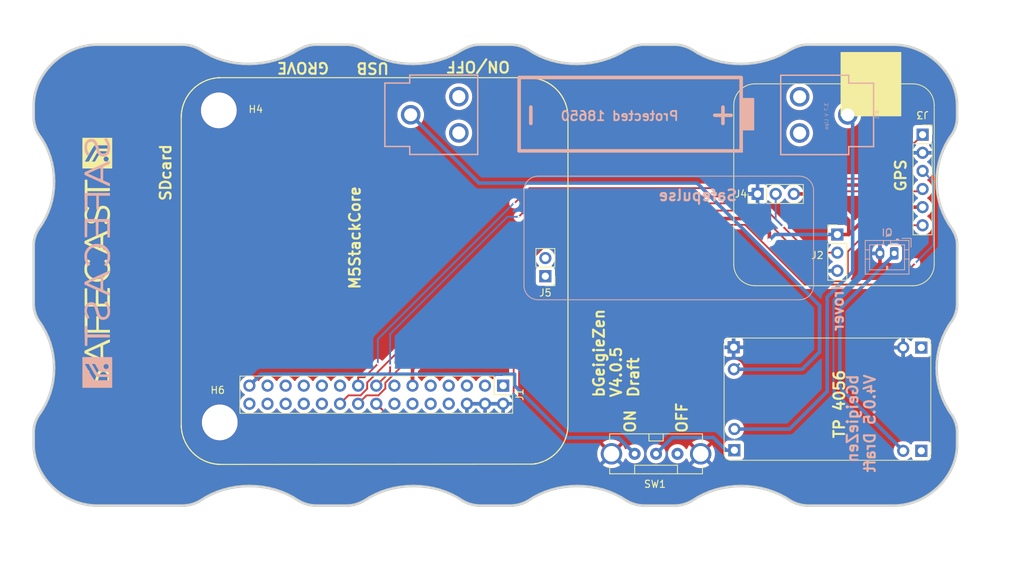
<source format=kicad_pcb>
(kicad_pcb (version 20240225) (generator "pcbnew") (generator_version "8.99")
  (title_block (title "bGeigieZen Draft V4.0.5") (date "2024-05-24") (rev "V4.0.5"))
  (layers (0 "F.Cu" signal) (31 "B.Cu" signal) (34 "B.Paste" user) (35 "F.Paste" user) (36 "B.SilkS" user "B.Silkscreen") (37 "F.SilkS" user "F.Silkscreen") (38 "B.Mask" user) (39 "F.Mask" user) (44 "Edge.Cuts" user))
  (net 0 "")
  (net 1 "GND")
  (net 2 "/RX2")
  (net 3 "/TX2")
  (net 4 "3.3V")
  (net 5 "5V")
  (net 8 "/GIO34")
  (net 9 "/GIO13")
  (net 10 "/GIO5")
  (net 18 "/GIO2 on Core and GIO32 on Core-2")
  (net 24 "/SDA")
  (net 25 "/SCL")
  (net 27 "/BAT")
  (net 31 "Net-(BT1-+)")
  (net 32 "Net-(BT1--)")
  (net 33 "Net-(QIcharger1-Pin_1)")
  (net 34 "Net-(SW1-B)")
  (footprint "bGeigieZen:LOGO" (layer "F.Cu") (at 93.472 97.23 90)
    (property "Reference" "G front" (hide yes))
    (property "Value" "LOGO" (hide yes))
  )
  (footprint "Connector_PinHeader_2.54mm:PinHeader_2x15_P2.54mm_Vertical" (layer "F.Cu") (at 150.3711 114.4464 -90)
    (property "Reference" "J1")
    (property "Value" "M5 2x15 pin")
  )
  (footprint "Connector_PinSocket_2.54mm:PinSocket_1x06_P2.54mm_Vertical" (layer "F.Cu") (at 209.1551 79.2718)
    (property "Reference" "J3")
    (property "Value" "GPS")
  )
  (footprint "MountingHole:MountingHole_3.2mm_M3" (layer "F.Cu") (at 110.5265 75.8694)
    (property "Reference" "H4")
    (property "Value" "MountingHole_Pad")
  )
  (footprint "Connector_PinHeader_2.54mm:PinHeader_1x02_P2.54mm_Vertical" (layer "F.Cu") (at 156.2868 99.1054 180)
    (property "Reference" "J5")
    (property "Value" "Extra support header")
  )
  (footprint "Connector_PinHeader_2.54mm:PinHeader_1x03_P2.54mm_Vertical" (layer "F.Cu") (at 186.0296 87.578 90)
    (property "Reference" "J4")
    (property "Value" "Geiger Safepulse" (hide yes))
  )
  (footprint "Connector_PinHeader_2.54mm:PinHeader_1x03_P2.54mm_Vertical" (layer "F.Cu") (at 197.2056 93.2676)
    (property "Reference" "J2")
    (property "Value" "Geiger IRover")
  )
  (footprint "bGeigieRaku_M5_1015:EG1206" (layer "F.Cu") (at 171.8028 124.0016)
    (property "Reference" "SW1")
    (property "Value" "SW_SPDT" (hide yes))
  )
  (footprint "MountingHole:MountingHole_3.2mm_M3" (layer "F.Cu") (at 110.6561 119.5994)
    (property "Reference" "H6")
    (property "Value" "MountingHole_Pad")
  )
  (footprint "bGeigieZen:TP4056" (layer "F.Cu") (at 195.3095 116.3958 -90)
    (property "Reference" "TP4056" (hide yes))
    (property "Value" "TP4056")
  )
  (footprint "bGeigieRaku_M5_1015:18650 map" (layer "B.Cu") (at 160.8693 76.402 -90)
    (property "Reference" "G***" (hide yes))
    (property "Value" "LOGO" (hide yes))
  )
  (footprint "Library:BATTERY_18650-HOLDER" (layer "B.Cu") (at 168.0424 76.4936 180)
    (property "Reference" "BT1")
    (property "Value" " 3.7 V Lipo")
  )
  (footprint "Connector_JST:JST_PH_B2B-PH-K_1x02_P2.00mm_Vertical" (layer "B.Cu") (at 205.1812 95.9092 180)
    (property "Reference" "QI")
    (property "Value" "QI GND")
  )
  (footprint "bGeigieZen:LOGO" (layer "B.Cu") (at 93.472 97.23 -90)
    (property "Reference" "G back" (hide yes))
    (property "Value" "LOGO" (hide yes))
  )
  (gr_line (start 153.289 100.4116) (end 153.289 87.0888) (stroke (width 0.12)) (layer "B.SilkS"))
  (gr_arc (start 155.289 102.4116) (mid 153.874786 101.825814) (end 153.289 100.4116) (stroke (width 0.12)) (layer "B.SilkS"))
  (gr_arc (start 193.8782 100.4116) (mid 193.292414 101.825814) (end 191.8782 102.4116) (stroke (width 0.12)) (layer "B.SilkS"))
  (gr_arc (start 153.289 87.0888) (mid 153.874786 85.674586) (end 155.289 85.0888) (stroke (width 0.12)) (layer "B.SilkS"))
  (gr_line (start 193.8782 87.0888) (end 193.8782 100.4116) (stroke (width 0.12)) (layer "B.SilkS"))
  (gr_line (start 155.289 85.0888) (end 191.8782 85.0888) (stroke (width 0.12)) (layer "B.SilkS"))
  (gr_arc (start 191.8782 85.0888) (mid 193.292414 85.674586) (end 193.8782 87.0888) (stroke (width 0.12)) (layer "B.SilkS"))
  (gr_line (start 191.8782 102.4116) (end 155.289 102.4116) (stroke (width 0.12)) (layer "B.SilkS"))
  (gr_line (start 154.745363 71.349193) (end 154.745363 71.349193) (stroke (width 0.150176)) (layer "F.SilkS"))
  (gr_line (start 155.512102 71.523036) (end 155.512102 71.523036) (stroke (width 0.150176)) (layer "F.SilkS"))
  (gr_line (start 106.164034 73.804653) (end 106.164034 73.804653) (stroke (width 0.150176)) (layer "F.SilkS"))
  (gr_line (start 105.648744 121.97311) (end 105.807039 122.336315) (stroke (width 0.150176)) (layer "F.SilkS"))
  (gr_line (start 110.230592 125.452968) (end 110.360964 125.465389) (stroke (width 0.150176)) (layer "F.SilkS"))
  (gr_line (start 156.483736 71.923473) (end 156.247804 71.805522) (stroke (width 0.150176)) (layer "F.SilkS"))
  (gr_line (start 159.438966 120.380641) (end 159.438966 120.380641) (stroke (width 0.150176)) (layer "F.SilkS"))
  (gr_line (start 157.61368 124.059169) (end 157.806139 123.879116) (stroke (width 0.150176)) (layer "F.SilkS"))
  (gr_line (start 156.598589 71.985576) (end 156.483736 71.923473) (stroke (width 0.150176)) (layer "F.SilkS"))
  (gr_line (start 159.113023 74.915966) (end 159.113023 74.915966) (stroke (width 0.150176)) (layer "F.SilkS"))
  (gr_line (start 154.484605 71.315044) (end 154.354219 71.302623) (stroke (width 0.150176)) (layer "F.SilkS"))
  (gr_line (start 107.560945 124.428569) (end 107.560945 124.428569) (stroke (width 0.150176)) (layer "F.SilkS"))
  (gr_line (start 105.959169 74.143016) (end 105.897066 74.257869) (stroke (width 0.150176)) (layer "F.SilkS"))
  (gr_line (start 154.354219 71.302623) (end 154.354219 71.302623) (stroke (width 0.150176)) (layer "F.SilkS"))
  (gr_line (start 105.428346 75.480937) (end 105.397279 75.608211) (stroke (width 0.150176)) (layer "F.SilkS"))
  (gr_line (start 158.3649 73.534587) (end 158.3649 73.534587) (stroke (width 0.150176)) (layer "F.SilkS"))
  (gr_line (start 185.69188 72.14988) (end 207.78428 72.14988) (stroke (width 0.12)) (layer "F.SilkS"))
  (gr_line (start 157.564012 72.665386) (end 157.464678 72.581584) (stroke (width 0.150176)) (layer "F.SilkS"))
  (gr_line (start 159.451387 76.582942) (end 159.445177 76.452556) (stroke (width 0.150176)) (layer "F.SilkS"))
  (gr_line (start 158.849168 74.316844) (end 158.849168 74.316844) (stroke (width 0.150176)) (layer "F.SilkS"))
  (gr_line (start 110.624819 125.480907) (end 110.624819 125.480907) (stroke (width 0.150176)) (layer "F.SilkS"))
  (gr_line (start 107.50818 72.376689) (end 107.50818 72.376689) (stroke (width 0.150176)) (layer "F.SilkS"))
  (gr_line (start 108.231447 124.844539) (end 108.467378 124.962505) (stroke (width 0.150176)) (layer "F.SilkS"))
  (gr_line (start 105.266908 76.517757) (end 105.260683 76.651226) (stroke (width 0.150176)) (layer "F.SilkS"))
  (gr_line (start 156.99283 124.540325) (end 156.99283 124.540325) (stroke (width 0.150176)) (layer "F.SilkS"))
  (gr_line (start 108.951631 125.161174) (end 108.951631 125.161174) (stroke (width 0.150176)) (layer "F.SilkS"))
  (gr_line (start 109.904634 71.358501) (end 109.904634 71.358501) (stroke (width 0.150176)) (layer "F.SilkS"))
  (gr_line (start 107.889986 124.648967) (end 108.001741 124.717266) (stroke (width 0.150176)) (layer "F.SilkS"))
  (gr_line (start 156.309892 124.934566) (end 156.424761 124.875576) (stroke (width 0.150176)) (layer "F.SilkS"))
  (gr_line (start 154.484605 71.315044) (end 154.484605 71.315044) (stroke (width 0.150176)) (layer "F.SilkS"))
  (gr_line (start 106.958711 123.922573) (end 106.958711 123.922573) (stroke (width 0.150176)) (layer "F.SilkS"))
  (gr_line (start 157.101473 124.465816) (end 157.207018 124.391323) (stroke (width 0.150176)) (layer "F.SilkS"))
  (gr_line (start 109.45453 125.313274) (end 109.45453 125.313274) (stroke (width 0.150176)) (layer "F.SilkS"))
  (gr_line (start 157.514345 124.146083) (end 157.61368 124.059169) (stroke (width 0.150176)) (layer "F.SilkS"))
  (gr_line (start 158.936083 122.274227) (end 158.936083 122.274227) (stroke (width 0.150176)) (layer "F.SilkS"))
  (gr_line (start 158.479753 123.072017) (end 158.479753 123.072017) (stroke (width 0.150176)) (layer "F.SilkS"))
  (gr_line (start 158.756029 122.625011) (end 158.818117 122.510143) (stroke (width 0.150176)) (layer "F.SilkS"))
  (gr_line (start 105.602174 121.852046) (end 105.602174 121.852046) (stroke (width 0.150176)) (layer "F.SilkS"))
  (gr_line (start 105.260683 76.651226) (end 105.260683 76.651226) (stroke (width 0.150176)) (layer "F.SilkS"))
  (gr_line (start 157.663347 72.755413) (end 157.663347 72.755413) (stroke (width 0.150176)) (layer "F.SilkS"))
  (gr_line (start 158.513902 73.748775) (end 158.513902 73.748775) (stroke (width 0.150176)) (layer "F.SilkS"))
  (gr_line (start 109.203066 125.244976) (end 109.327272 125.279125) (stroke (width 0.150176)) (layer "F.SilkS"))
  (gr_line (start 159.454485 120.116786) (end 159.454485 120.116786) (stroke (width 0.150176)) (layer "F.SilkS"))
  (gr_line (start 157.464678 72.581584) (end 157.36223 72.497768) (stroke (width 0.150176)) (layer "F.SilkS"))
  (gr_line (start 105.270021 120.315456) (end 105.294862 120.576213) (stroke (width 0.150176)) (layer "F.SilkS"))
  (gr_line (start 107.25052 124.186443) (end 107.352968 124.270259) (stroke (width 0.150176)) (layer "F.SilkS"))
  (gr_line (start 156.309892 124.934566) (end 156.309892 124.934566) (stroke (width 0.150176)) (layer "F.SilkS"))
  (gr_line (start 105.866029 122.451168) (end 105.866029 122.451168) (stroke (width 0.150176)) (layer "F.SilkS"))
  (gr_line (start 157.207018 124.391323) (end 157.207018 124.391323) (stroke (width 0.150176)) (layer "F.SilkS"))
  (gr_line (start 158.402147 123.18066) (end 158.479753 123.072017) (stroke (width 0.150176)) (layer "F.SilkS"))
  (gr_line (start 107.200868 72.621929) (end 107.101503 72.708843) (stroke (width 0.150176)) (layer "F.SilkS"))
  (gr_line (start 155.884615 71.653423) (end 155.763551 71.606853) (stroke (width 0.150176)) (layer "F.SilkS"))
  (gr_line (start 158.756029 122.625011) (end 158.756029 122.625011) (stroke (width 0.150176)) (layer "F.SilkS"))
  (gr_line (start 155.387941 71.488887) (end 155.387941 71.488887) (stroke (width 0.150176)) (layer "F.SilkS"))
  (gr_line (start 159.392412 120.77177) (end 159.392412 120.77177) (stroke (width 0.150176)) (layer "F.SilkS"))
  (gr_line (start 108.768495 71.675151) (end 108.768495 71.675151) (stroke (width 0.150176)) (layer "F.SilkS"))
  (gr_line (start 110.55652 71.290218) (end 110.426149 71.296428) (stroke (width 0.150176)) (layer "F.SilkS"))
  (gr_line (start 105.356935 120.967342) (end 105.381777 121.094615) (stroke (width 0.150176)) (layer "F.SilkS"))
  (gr_line (start 107.61371 72.302196) (end 107.61371 72.302196) (stroke (width 0.150176)) (layer "F.SilkS"))
  (gr_line (start 157.41501 124.2299) (end 157.41501 124.2299) (stroke (width 0.150176)) (layer "F.SilkS"))
  (gr_line (start 107.889986 124.648967) (end 107.889986 124.648967) (stroke (width 0.150176)) (layer "F.SilkS"))
  (gr_line (start 108.706423 125.068035) (end 108.706423 125.068035) (stroke (width 0.150176)) (layer "F.SilkS"))
  (gr_line (start 109.581789 125.344326) (end 109.581789 125.344326) (stroke (width 0.150176)) (layer "F.SilkS"))
  (gr_line (start 159.448274 120.25027) (end 159.454485 120.116786) (stroke (width 0.150176)) (layer "F.SilkS"))
  (gr_line (start 154.354219 71.302623) (end 154.223848 71.293315) (stroke (width 0.150176)) (layer "F.SilkS"))
  (gr_line (start 110.820375 125.484004) (end 154.285936 125.446757) (stroke (width 0.150176)) (layer "F.SilkS"))
  (gr_line (start 106.51172 123.441417) (end 106.51172 123.441417) (stroke (width 0.150176)) (layer "F.SilkS"))
  (gr_line (start 155.322756 125.297756) (end 155.322756 125.297756) (stroke (width 0.150176)) (layer "F.SilkS"))
  (gr_line (start 154.285936 125.446757) (end 154.419419 125.440547) (stroke (width 0.150176)) (layer "F.SilkS"))
  (gr_line (start 158.076204 123.590419) (end 158.076204 123.590419) (stroke (width 0.150176)) (layer "F.SilkS"))
  (gr_line (start 154.419419 125.440547) (end 154.419419 125.440547) (stroke (width 0.150176)) (layer "F.SilkS"))
  (gr_line (start 105.381777 121.094615) (end 105.381777 121.094615) (stroke (width 0.150176)) (layer "F.SilkS"))
  (gr_line (start 158.243837 123.388652) (end 158.324541 123.286205) (stroke (width 0.150176)) (layer "F.SilkS"))
  (gr_line (start 106.235414 73.695995) (end 106.235414 73.695995) (stroke (width 0.150176)) (layer "F.SilkS"))
  (gr_line (start 107.352968 124.270259) (end 107.455385 124.350963) (stroke (width 0.150176)) (layer "F.SilkS"))
  (gr_line (start 159.041628 122.035198) (end 159.041628 122.035198) (stroke (width 0.150176)) (layer "F.SilkS"))
  (gr_line (start 107.560945 124.428569) (end 107.669588 124.506175) (stroke (width 0.150176)) (layer "F.SilkS"))
  (gr_line (start 109.96982 125.418819) (end 109.96982 125.418819) (stroke (width 0.150176)) (layer "F.SilkS"))
  (gr_line (start 157.852709 72.935466) (end 157.756471 72.845439) (stroke (width 0.150176)) (layer "F.SilkS"))
  (gr_line (start 107.25052 124.186443) (end 107.25052 124.186443) (stroke (width 0.150176)) (layer "F.SilkS"))
  (gr_line (start 109.45453 125.313274) (end 109.581789 125.344326) (stroke (width 0.150176)) (layer "F.SilkS"))
  (gr_line (start 109.013735 71.585124) (end 109.013735 71.585124) (stroke (width 0.150176)) (layer "F.SilkS"))
  (gr_line (start 105.536989 75.102214) (end 105.536989 75.102214) (stroke (width 0.150176)) (layer "F.SilkS"))
  (gr_line (start 105.288637 76.256999) (end 105.288637 76.256999) (stroke (width 0.150176)) (layer "F.SilkS"))
  (gr_line (start 158.721895 74.084026) (end 158.656694 73.97227) (stroke (width 0.150176)) (layer "F.SilkS"))
  (gr_line (start 156.424761 124.875576) (end 156.542711 124.813487) (stroke (width 0.150176)) (layer "F.SilkS"))
  (gr_line (start 158.988847 122.156261) (end 159.041628 122.035198) (stroke (width 0.150176)) (layer "F.SilkS"))
  (gr_line (start 159.218569 121.538524) (end 159.218569 121.538524) (stroke (width 0.150176)) (layer "F.SilkS"))
  (gr_line (start 158.160021 123.491085) (end 158.243837 123.388652) (stroke (width 0.150176)) (layer "F.SilkS"))
  (gr_line (start 157.154253 72.339458) (end 157.154253 72.339458) (stroke (width 0.150176)) (layer "F.SilkS"))
  (gr_line (start 157.312563 124.310604) (end 157.312563 124.310604) (stroke (width 0.150176)) (layer "F.SilkS"))
  (gr_line (start 159.19684 75.164318) (end 159.15648 75.040142) (stroke (width 0.150176)) (layer "F.SilkS"))
  (gr_line (start 105.263796 120.18507) (end 105.270021 120.315456) (stroke (width 0.150176)) (layer "F.SilkS"))
  (gr_line (start 106.471346 73.379375) (end 106.471346 73.379375) (stroke (width 0.150176)) (layer "F.SilkS"))
  (gr_line (start 159.345842 121.02943) (end 159.370668 120.902156) (stroke (width 0.150176)) (layer "F.SilkS"))
  (gr_line (start 155.701463 125.182903) (end 155.825639 125.139446) (stroke (width 0.150176)) (layer "F.SilkS"))
  (gr_line (start 155.512102 71.523036) (end 155.387941 71.488887) (stroke (width 0.150176)) (layer "F.SilkS"))
  (gr_line (start 159.134752 121.789958) (end 159.134752 121.789958) (stroke (width 0.150176)) (layer "F.SilkS"))
  (gr_line (start 158.479753 123.072017) (end 158.551149 122.963375) (stroke (width 0.150176)) (layer "F.SilkS"))
  (gr_line (start 107.151186 124.102626) (end 107.25052 124.186443) (stroke (width 0.150176)) (layer "F.SilkS"))
  (gr_line (start 109.71216 125.372249) (end 109.71216 125.372249) (stroke (width 0.150176)) (layer "F.SilkS"))
  (gr_line (start 106.862489 123.832561) (end 106.862489 123.832561) (stroke (width 0.150176)) (layer "F.SilkS"))
  (gr_line (start 108.231447 124.844539) (end 108.231447 124.844539) (stroke (width 0.150176)) (layer "F.SilkS"))
  (gr_line (start 109.774263 71.383342) (end 109.774263 71.383342) (stroke (width 0.150176)) (layer "F.SilkS"))
  (gr_line (start 106.819032 72.985134) (end 106.729006 73.078258) (stroke (width 0.150176)) (layer "F.SilkS"))
  (gr_line (start 154.810548 125.409511) (end 154.810548 125.409511) (stroke (width 0.150176)) (layer "F.SilkS"))
  (gr_line (start 109.075807 125.204631) (end 109.075807 125.204631) (stroke (width 0.150176)) (layer "F.SilkS"))
  (gr_line (start 106.024355 74.028148) (end 106.024355 74.028148) (stroke (width 0.150176)) (layer "F.SilkS"))
  (gr_line (start 106.729006 73.078258) (end 106.638979 73.177593) (stroke (width 0.150176)) (layer "F.SilkS"))
  (gr_line (start 158.203478 73.326595) (end 158.119661 73.22726) (stroke (width 0.150176)) (layer "F.SilkS"))
  (gr_line (start 107.200868 72.621929) (end 107.200868 72.621929) (stroke (width 0.150176)) (layer "F.SilkS"))
  (gr_line (start 157.514345 124.146083) (end 157.514345 124.146083) (stroke (width 0.150176)) (layer "F.SilkS"))
  (gr_line (start 107.455385 124.350963) (end 107.455385 124.350963) (stroke (width 0.150176)) (layer "F.SilkS"))
  (gr_line (start 105.866029 122.451168) (end 105.928102 122.569133) (stroke (width 0.150176)) (layer "F.SilkS"))
  (gr_line (start 159.426546 120.511013) (end 159.426546 120.511013) (stroke (width 0.150176)) (layer "F.SilkS"))
  (gr_line (start 108.116579 124.782451) (end 108.116579 124.782451) (stroke (width 0.150176)) (layer "F.SilkS"))
  (gr_line (start 158.3649 73.534587) (end 158.284197 73.429027) (stroke (width 0.150176)) (layer "F.SilkS"))
  (gr_line (start 158.849168 74.316844) (end 158.78708 74.198894) (stroke (width 0.150176)) (layer "F.SilkS"))
  (gr_line (start 105.602174 121.852046) (end 105.648744 121.97311) (stroke (width 0.150176)) (layer "F.SilkS"))
  (gr_line (start 109.13788 71.544765) (end 109.013735 71.585124) (stroke (width 0.150176)) (layer "F.SilkS"))
  (gr_line (start 159.457597 76.716426) (end 159.451387 76.582942) (stroke (width 0.150176)) (layer "F.SilkS"))
  (gr_line (start 107.945863 72.084911) (end 107.945863 72.084911) (stroke (width 0.150176)) (layer "F.SilkS"))
  (gr_arc (start 210.78428 97.44548) (mid 209.9056 99.5668) (end 207.78428 100.44548) (stroke (width 0.12)) (layer "F.SilkS"))
  (gr_line (start 159.392412 120.77177) (end 159.411028 120.641399) (stroke (width 0.150176)) (layer "F.SilkS"))
  (gr_line (start 105.260683 76.651226) (end 105.2576 76.846813) (stroke (width 0.150176)) (layer "F.SilkS"))
  (gr_line (start 107.40262 72.457408) (end 107.300173 72.538127) (stroke (width 0.150176)) (layer "F.SilkS"))
  (gr_line (start 154.94092 125.38467) (end 154.94092 125.38467) (stroke (width 0.150176)) (layer "F.SilkS"))
  (gr_line (start 158.324541 123.286205) (end 158.324541 123.286205) (stroke (width 0.150176)) (layer "F.SilkS"))
  (gr_line (start 158.588411 73.860515) (end 158.513902 73.748775) (stroke (width 0.150176)) (layer "F.SilkS"))
  (gr_line (start 158.721895 74.084026) (end 158.721895 74.084026) (stroke (width 0.150176)) (layer "F.SilkS"))
  (gr_line (start 105.443849 121.349163) (end 105.518343 121.60371) (stroke (width 0.150176)) (layer "F.SilkS"))
  (gr_line (start 157.663347 72.755413) (end 157.564012 72.665386) (stroke (width 0.150176)) (layer "F.SilkS"))
  (gr_line (start 156.881075 124.614818) (end 156.881075 124.614818) (stroke (width 0.150176)) (layer "F.SilkS"))
  (gr_line (start 105.381777 121.094615) (end 105.443849 121.349163) (stroke (width 0.150176)) (layer "F.SilkS"))
  (gr_line (start 106.275789 123.127895) (end 106.350282 123.23344) (stroke (width 0.150176)) (layer "F.SilkS"))
  (gr_line (start 105.443849 121.349163) (end 105.443849 121.349163) (stroke (width 0.150176)) (layer "F.SilkS"))
  (gr_line (start 159.420335 76.191814) (end 159.383089 75.931056) (stroke (width 0.150176)) (layer "F.SilkS"))
  (gr_line (start 105.2576 120.051586) (end 105.263796 120.18507) (stroke (width 0.150176)) (layer "F.SilkS"))
  (gr_line (start 159.345842 121.02943) (end 159.345842 121.02943) (stroke (width 0.150176)) (layer "F.SilkS"))
  (gr_line (start 159.383089 75.931056) (end 159.383089 75.931056) (stroke (width 0.150176)) (layer "F.SilkS"))
  (gr_line (start 156.936952 72.190441) (end 156.825197 72.119045) (stroke (width 0.150176)) (layer "F.SilkS"))
  (gr_line (start 159.358263 75.80067) (end 159.358263 75.80067) (stroke (width 0.150176)) (layer "F.SilkS"))
  (gr_line (start 106.201296 123.019237) (end 106.275789 123.127895) (stroke (width 0.150176)) (layer "F.SilkS"))
  (gr_line (start 108.889558 71.628581) (end 108.889558 71.628581) (stroke (width 0.150176)) (layer "F.SilkS"))
  (gr_line (start 158.324541 123.286205) (end 158.402147 123.18066) (stroke (width 0.150176)) (layer "F.SilkS"))
  (gr_line (start 158.513902 73.748775) (end 158.439409 73.640117) (stroke (width 0.150176)) (layer "F.SilkS"))
  (gr_line (start 105.2576 76.846813) (end 105.2576 76.846813) (stroke (width 0.150176)) (layer "F.SilkS"))
  (gr_line (start 157.045595 72.261852) (end 157.045595 72.261852) (stroke (width 0.150176)) (layer "F.SilkS"))
  (gr_line (start 108.830568 125.114604) (end 108.951631 125.161174) (stroke (width 0.150176)) (layer "F.SilkS"))
  (gr_line (start 158.284197 73.429027) (end 158.203478 73.326595) (stroke (width 0.150176)) (layer "F.SilkS"))
  (gr_line (start 156.825197 72.119045) (end 156.713442 72.050762) (stroke (width 0.150176)) (layer "F.SilkS"))
  (gr_line (start 106.092653 73.916393) (end 106.092653 73.916393) (stroke (width 0.150176)) (layer "F.SilkS"))
  (gr_line (start 105.263796 120.18507) (end 105.263796 120.18507) (stroke (width 0.150176)) (layer "F.SilkS"))
  (gr_line (start 105.558717 121.727886) (end 105.602174 121.852046) (stroke (width 0.150176)) (layer "F.SilkS"))
  (gr_line (start 105.518343 121.60371) (end 105.558717 121.727886) (stroke (width 0.150176)) (layer "F.SilkS"))
  (gr_line (start 109.581789 125.344326) (end 109.71216 125.372249) (stroke (width 0.150176)) (layer "F.SilkS"))
  (gr_line (start 155.322756 125.297756) (end 155.577303 125.223247) (stroke (width 0.150176)) (layer "F.SilkS"))
  (gr_line (start 109.71216 125.372249) (end 109.839449 125.39709) (stroke (width 0.150176)) (layer "F.SilkS"))
  (gr_line (start 158.818117 122.510143) (end 158.936083 122.274227) (stroke (width 0.150176)) (layer "F.SilkS"))
  (gr_line (start 155.825639 125.139446) (end 155.946703 125.092876) (stroke (width 0.150176)) (layer "F.SilkS"))
  (gr_line (start 107.05182 124.012599) (end 107.05182 124.012599) (stroke (width 0.150176)) (layer "F.SilkS"))
  (gr_line (start 107.300173 72.538127) (end 107.300173 72.538127) (stroke (width 0.150176)) (layer "F.SilkS"))
  (gr_line (start 159.448274 120.25027) (end 159.448274 120.25027) (stroke (width 0.150176)) (layer "F.SilkS"))
  (gr_line (start 106.958711 123.922573) (end 107.05182 124.012599) (stroke (width 0.150176)) (layer "F.SilkS"))
  (gr_line (start 159.451387 76.582942) (end 159.451387 76.582942) (stroke (width 0.150176)) (layer "F.SilkS"))
  (gr_line (start 159.445177 76.452556) (end 159.420335 76.191814) (stroke (width 0.150176)) (layer "F.SilkS"))
  (gr_line (start 109.96982 125.418819) (end 110.100221 125.43745) (stroke (width 0.150176)) (layer "F.SilkS"))
  (gr_line (start 159.252718 121.414348) (end 159.252718 121.414348) (stroke (width 0.150176)) (layer "F.SilkS"))
  (gr_line (start 106.126772 122.907497) (end 106.201296 123.019237) (stroke (width 0.150176)) (layer "F.SilkS"))
  (gr_line (start 155.884615 71.653423) (end 155.884615 71.653423) (stroke (width 0.150176)) (layer "F.SilkS"))
  (gr_line (start 107.455385 124.350963) (end 107.560945 124.428569) (stroke (width 0.150176)) (layer "F.SilkS"))
  (gr_line (start 154.549791 125.434352) (end 154.810548 125.409511) (stroke (width 0.150176)) (layer "F.SilkS"))
  (gr_line (start 182.69188 97.44548) (end 182.69188 75.14988) (stroke (width 0.12)) (layer "F.SilkS"))
  (gr_line (start 106.729006 73.078258) (end 106.729006 73.078258) (stroke (width 0.150176)) (layer "F.SilkS"))
  (gr_line (start 157.154253 72.339458) (end 157.045595 72.261852) (stroke (width 0.150176)) (layer "F.SilkS"))
  (gr_line (start 156.657564 124.748302) (end 156.657564 124.748302) (stroke (width 0.150176)) (layer "F.SilkS"))
  (gr_line (start 105.276216 76.387371) (end 105.276216 76.387371) (stroke (width 0.150176)) (layer "F.SilkS"))
  (gr_line (start 159.457597 119.921215) (end 159.457597 76.716426) (stroke (width 0.150176)) (layer "F.SilkS"))
  (gr_line (start 106.909059 72.888896) (end 106.819032 72.985134) (stroke (width 0.150176)) (layer "F.SilkS"))
  (gr_line (start 155.068208 125.359844) (end 155.322756 125.297756) (stroke (width 0.150176)) (layer "F.SilkS"))
  (gr_line (start 155.639375 71.563396) (end 155.512102 71.523036) (stroke (width 0.150176)) (layer "F.SilkS"))
  (gr_line (start 109.839449 125.39709) (end 109.839449 125.39709) (stroke (width 0.150176)) (layer "F.SilkS"))
  (gr_line (start 155.577303 125.223247) (end 155.577303 125.223247) (stroke (width 0.150176)) (layer "F.SilkS"))
  (gr_line (start 105.332094 120.836971) (end 105.356935 120.967342) (stroke (width 0.150176)) (layer "F.SilkS"))
  (gr_line (start 105.462465 75.353664) (end 105.462465 75.353664) (stroke (width 0.150176)) (layer "F.SilkS"))
  (gr_line (start 109.327272 125.279125) (end 109.327272 125.279125) (stroke (width 0.150176)) (layer "F.SilkS"))
  (gr_line (start 106.058473 122.795742) (end 106.126772 122.907497) (stroke (width 0.150176)) (layer "F.SilkS"))
  (gr_line (start 155.133394 71.423702) (end 155.133394 71.423702) (stroke (width 0.150176)) (layer "F.SilkS"))
  (gr_line (start 107.151186 124.102626) (end 107.151186 124.102626) (stroke (width 0.150176)) (layer "F.SilkS"))
  (gr_line (start 155.946703 125.092876) (end 156.309892 124.934566) (stroke (width 0.150176)) (layer "F.SilkS"))
  (gr_line (start 158.439409 73.640117) (end 158.3649 73.534587) (stroke (width 0.150176)) (layer "F.SilkS"))
  (gr_line (start 110.165407 71.321269) (end 110.165407 71.321269) (stroke (width 0.150176)) (layer "F.SilkS"))
  (gr_arc (start 207.78428 72.14988) (mid 209.9056 73.02856) (end 210.78428 75.14988) (stroke (width 0.12)) (layer "F.SilkS"))
  (gr_line (start 105.72632 74.611751) (end 105.673555 74.732814) (stroke (width 0.150176)) (layer "F.SilkS"))
  (gr_line (start 106.058473 122.795742) (end 106.058473 122.795742) (stroke (width 0.150176)) (layer "F.SilkS"))
  (gr_line (start 109.392458 71.470256) (end 109.392458 71.470256) (stroke (width 0.150176)) (layer "F.SilkS"))
  (gr_line (start 155.946703 125.092876) (end 155.946703 125.092876) (stroke (width 0.150176)) (layer "F.SilkS"))
  (gr_line (start 110.624819 125.480907) (end 110.820375 125.484004) (stroke (width 0.150176)) (layer "F.SilkS"))
  (gr_line (start 110.426149 71.296428) (end 110.426149 71.296428) (stroke (width 0.150176)) (layer "F.SilkS"))
  (gr_line (start 106.275789 123.127895) (end 106.275789 123.127895) (stroke (width 0.150176)) (layer "F.SilkS"))
  (gr_line (start 105.2576 76.846813) (end 105.2576 120.051586) (stroke (width 0.150176)) (layer "F.SilkS"))
  (gr_rect (start 197.724724 67.751456) (end 206.106724 76.641456) (stroke (width 0.12)) (fill solid) (layer "F.SilkS"))
  (gr_line (start 105.928102 122.569133) (end 105.928102 122.569133) (stroke (width 0.150176)) (layer "F.SilkS"))
  (gr_line (start 155.825639 125.139446) (end 155.825639 125.139446) (stroke (width 0.150176)) (layer "F.SilkS"))
  (gr_line (start 157.564012 72.665386) (end 157.564012 72.665386) (stroke (width 0.150176)) (layer "F.SilkS"))
  (gr_line (start 105.294862 120.576213) (end 105.332094 120.836971) (stroke (width 0.150176)) (layer "F.SilkS"))
  (gr_line (start 158.62256 122.851619) (end 158.62256 122.851619) (stroke (width 0.150176)) (layer "F.SilkS"))
  (gr_line (start 156.129854 71.752758) (end 156.129854 71.752758) (stroke (width 0.150176)) (layer "F.SilkS"))
  (gr_line (start 158.78708 74.198894) (end 158.78708 74.198894) (stroke (width 0.150176)) (layer "F.SilkS"))
  (gr_line (start 105.558717 121.727886) (end 105.558717 121.727886) (stroke (width 0.150176)) (layer "F.SilkS"))
  (gr_line (start 105.673555 74.732814) (end 105.627016 74.85699) (stroke (width 0.150176)) (layer "F.SilkS"))
  (gr_line (start 106.682436 123.640087) (end 106.862489 123.832561) (stroke (width 0.150176)) (layer "F.SilkS"))
  (gr_line (start 158.908144 74.431713) (end 158.849168 74.316844) (stroke (width 0.150176)) (layer "F.SilkS"))
  (gr_line (start 105.332094 120.836971) (end 105.332094 120.836971) (stroke (width 0.150176)) (layer "F.SilkS"))
  (gr_line (start 156.247804 71.805522) (end 156.247804 71.805522) (stroke (width 0.150176)) (layer "F.SilkS"))
  (gr_line (start 158.62256 122.851619) (end 158.690843 122.739864) (stroke (width 0.150176)) (layer "F.SilkS"))
  (gr_line (start 157.207018 124.391323) (end 157.312563 124.310604) (stroke (width 0.150176)) (layer "F.SilkS"))
  (gr_line (start 157.36223 72.497768) (end 157.259798 72.417064) (stroke (width 0.150176)) (layer "F.SilkS"))
  (gr_line (start 105.959169 74.143016) (end 105.959169 74.143016) (stroke (width 0.150176)) (layer "F.SilkS"))
  (gr_line (start 159.333421 75.673412) (end 159.333421 75.673412) (stroke (width 0.150176)) (layer "F.SilkS"))
  (gr_line (start 159.457597 76.716426) (end 159.457597 76.716426) (stroke (width 0.150176)) (layer "F.SilkS"))
  (gr_line (start 159.370668 120.902156) (end 159.370668 120.902156) (stroke (width 0.150176)) (layer "F.SilkS"))
  (gr_line (start 159.178209 121.665798) (end 159.218569 121.538524) (stroke (width 0.150176)) (layer "F.SilkS"))
  (gr_line (start 108.706423 125.068035) (end 108.830568 125.114604) (stroke (width 0.150176)) (layer "F.SilkS"))
  (gr_line (start 105.518343 121.60371) (end 105.518343 121.60371) (stroke (width 0.150176)) (layer "F.SilkS"))
  (gr_line (start 106.555177 73.276927) (end 106.471346 73.379375) (stroke (width 0.150176)) (layer "F.SilkS"))
  (gr_line (start 105.344515 75.865856) (end 105.322786 75.996242) (stroke (width 0.150176)) (layer "F.SilkS"))
  (gr_line (start 107.40262 72.457408) (end 107.40262 72.457408) (stroke (width 0.150176)) (layer "F.SilkS"))
  (gr_line (start 156.483736 71.923473) (end 156.483736 71.923473) (stroke (width 0.150176)) (layer "F.SilkS"))
  (gr_line (start 106.638979 73.177593) (end 106.555177 73.276927) (stroke (width 0.150176)) (layer "F.SilkS"))
  (gr_line (start 105.397279 75.608211) (end 105.369325 75.738597) (stroke (width 0.150176)) (layer "F.SilkS"))
  (gr_line (start 156.598589 71.985576) (end 156.598589 71.985576) (stroke (width 0.150176)) (layer "F.SilkS"))
  (gr_line (start 159.252718 121.414348) (end 159.286867 121.287075) (stroke (width 0.150176)) (layer "F.SilkS"))
  (gr_line (start 159.370668 120.902156) (end 159.392412 120.77177) (stroke (width 0.150176)) (layer "F.SilkS"))
  (gr_line (start 159.420335 76.191814) (end 159.420335 76.191814) (stroke (width 0.150176)) (layer "F.SilkS"))
  (gr_line (start 159.066454 74.794902) (end 159.066454 74.794902) (stroke (width 0.150176)) (layer "F.SilkS"))
  (gr_line (start 159.383089 75.931056) (end 159.358263 75.80067) (stroke (width 0.150176)) (layer "F.SilkS"))
  (gr_line (start 154.549791 125.434352) (end 154.549791 125.434352) (stroke (width 0.150176)) (layer "F.SilkS"))
  (gr_line (start 105.30414 76.126628) (end 105.288637 76.256999) (stroke (width 0.150176)) (layer "F.SilkS"))
  (gr_line (start 105.897066 74.257869) (end 105.897066 74.257869) (stroke (width 0.150176)) (layer "F.SilkS"))
  (gr_line (start 108.889558 71.628581) (end 108.768495 71.675151) (stroke (width 0.150176)) (layer "F.SilkS"))
  (gr_line (start 155.260667 71.454738) (end 155.260667 71.454738) (stroke (width 0.150176)) (layer "F.SilkS"))
  (gr_line (start 105.344515 75.865856) (end 105.344515 75.865856) (stroke (width 0.150176)) (layer "F.SilkS"))
  (gr_line (start 105.928102 122.569133) (end 105.993288 122.683986) (stroke (width 0.150176)) (layer "F.SilkS"))
  (gr_line (start 154.875734 71.370922) (end 154.875734 71.370922) (stroke (width 0.150176)) (layer "F.SilkS"))
  (gr_line (start 105.276216 76.387371) (end 105.266908 76.517757) (stroke (width 0.150176)) (layer "F.SilkS"))
  (gr_line (start 154.223848 71.293315) (end 154.223848 71.293315) (stroke (width 0.150176)) (layer "F.SilkS"))
  (gr_line (start 156.769319 124.683116) (end 156.769319 124.683116) (stroke (width 0.150176)) (layer "F.SilkS"))
  (gr_line (start 156.657564 124.748302) (end 156.769319 124.683116) (stroke (width 0.150176)) (layer "F.SilkS"))
  (gr_line (start 105.428346 75.480937) (end 105.428346 75.480937) (stroke (width 0.150176)) (layer "F.SilkS"))
  (gr_line (start 105.897066 74.257869) (end 105.779115 74.493785) (stroke (width 0.150176)) (layer "F.SilkS"))
  (gr_line (start 108.001741 124.717266) (end 108.001741 124.717266) (stroke (width 0.150176)) (layer "F.SilkS"))
  (gr_line (start 157.756471 72.845439) (end 157.663347 72.755413) (stroke (width 0.150176)) (layer "F.SilkS"))
  (gr_line (start 106.201296 123.019237) (end 106.201296 123.019237) (stroke (width 0.150176)) (layer "F.SilkS"))
  (gr_line (start 105.369325 75.738597) (end 105.344515 75.865856) (stroke (width 0.150176)) (layer "F.SilkS"))
  (gr_line (start 110.690004 71.284008) (end 110.690004 71.284008) (stroke (width 0.150176)) (layer "F.SilkS"))
  (gr_line (start 158.119661 73.22726) (end 158.032747 73.127925) (stroke (width 0.150176)) (layer "F.SilkS"))
  (gr_line (start 105.30414 76.126628) (end 105.30414 76.126628) (stroke (width 0.150176)) (layer "F.SilkS"))
  (gr_line (start 155.133394 71.423702) (end 155.003008 71.395763) (stroke (width 0.150176)) (layer "F.SilkS"))
  (gr_line (start 105.673555 74.732814) (end 105.673555 74.732814) (stroke (width 0.150176)) (layer "F.SilkS"))
  (gr_line (start 157.61368 124.059169) (end 157.61368 124.059169) (stroke (width 0.150176)) (layer "F.SilkS"))
  (gr_line (start 106.682436 123.640087) (end 106.682436 123.640087) (stroke (width 0.150176)) (layer "F.SilkS"))
  (gr_line (start 107.722353 72.227703) (end 107.61371 72.302196) (stroke (width 0.150176)) (layer "F.SilkS"))
  (gr_line (start 156.825197 72.119045) (end 156.825197 72.119045) (stroke (width 0.150176)) (layer "F.SilkS"))
  (gr_line (start 157.986192 123.689754) (end 158.076204 123.590419) (stroke (width 0.150176)) (layer "F.SilkS"))
  (gr_line (start 105.462465 75.353664) (end 105.428346 75.480937) (stroke (width 0.150176)) (layer "F.SilkS"))
  (gr_line (start 106.350282 123.23344) (end 106.350282 123.23344) (stroke (width 0.150176)) (layer "F.SilkS"))
  (gr_line (start 155.068208 125.359844) (end 155.068208 125.359844) (stroke (width 0.150176)) (layer "F.SilkS"))
  (gr_line (start 158.032747 73.127925) (end 157.852709 72.935466) (stroke (width 0.150176)) (layer "F.SilkS"))
  (gr_line (start 159.088182 121.911037) (end 159.134752 121.789958) (stroke (width 0.150176)) (layer "F.SilkS"))
  (gr_line (start 155.003008 71.395763) (end 155.003008 71.395763) (stroke (width 0.150176)) (layer "F.SilkS"))
  (gr_line (start 157.852709 72.935466) (end 157.852709 72.935466) (stroke (width 0.150176)) (layer "F.SilkS"))
  (gr_line (start 105.536989 75.102214) (end 105.496614 75.229503) (stroke (width 0.150176)) (layer "F.SilkS"))
  (gr_line (start 158.588411 73.860515) (end 158.588411 73.860515) (stroke (width 0.150176)) (layer "F.SilkS"))
  (gr_line (start 105.288637 76.256999) (end 105.276216 76.387371) (stroke (width 0.150176)) (layer "F.SilkS"))
  (gr_line (start 107.669588 124.506175) (end 107.669588 124.506175) (stroke (width 0.150176)) (layer "F.SilkS"))
  (gr_arc (start 185.69188 100.44548) (mid 183.57056 99.5668) (end 182.69188 97.44548) (stroke (width 0.12)) (layer "F.SilkS"))
  (gr_line (start 156.713442 72.050762) (end 156.713442 72.050762) (stroke (width 0.150176)) (layer "F.SilkS"))
  (gr_line (start 158.243837 123.388652) (end 158.243837 123.388652) (stroke (width 0.150176)) (layer "F.SilkS"))
  (gr_line (start 109.839449 125.39709) (end 109.96982 125.418819) (stroke (width 0.150176)) (layer "F.SilkS"))
  (gr_line (start 108.467378 124.962505) (end 108.467378 124.962505) (stroke (width 0.150176)) (layer "F.SilkS"))
  (gr_line (start 159.271333 75.418865) (end 159.19684 75.164318) (stroke (width 0.150176)) (layer "F.SilkS"))
  (gr_line (start 108.830568 125.114604) (end 108.830568 125.114604) (stroke (width 0.150176)) (layer "F.SilkS"))
  (gr_line (start 107.101503 72.708843) (end 107.101503 72.708843) (stroke (width 0.150176)) (layer "F.SilkS"))
  (gr_line (start 106.390627 73.481807) (end 106.390627 73.481807) (stroke (width 0.150176)) (layer "F.SilkS"))
  (gr_line (start 157.986192 123.689754) (end 157.986192 123.689754) (stroke (width 0.150176)) (layer "F.SilkS"))
  (gr_line (start 105.294862 120.576213) (end 105.294862 120.576213) (stroke (width 0.150176)) (layer "F.SilkS"))
  (gr_line (start 158.439409 73.640117) (end 158.439409 73.640117) (stroke (width 0.150176)) (layer "F.SilkS"))
  (gr_line (start 110.100221 125.43745) (end 110.230592 125.452968) (stroke (width 0.150176)) (layer "F.SilkS"))
  (gr_line (start 106.092653 73.916393) (end 106.024355 74.028148) (stroke (width 0.150176)) (layer "F.SilkS"))
  (gr_line (start 107.722353 72.227703) (end 107.722353 72.227703) (stroke (width 0.150176)) (layer "F.SilkS"))
  (gr_line (start 155.577303 125.223247) (end 155.701463 125.182903) (stroke (width 0.150176)) (layer "F.SilkS"))
  (gr_line (start 108.405275 71.833461) (end 108.405275 71.833461) (stroke (width 0.150176)) (layer "F.SilkS"))
  (gr_line (start 107.50818 72.376689) (end 107.40262 72.457408) (stroke (width 0.150176)) (layer "F.SilkS"))
  (gr_line (start 158.936083 122.274227) (end 158.988847 122.156261) (stroke (width 0.150176)) (layer "F.SilkS"))
  (gr_line (start 156.129854 71.752758) (end 156.008791 71.699977) (stroke (width 0.150176)) (layer "F.SilkS"))
  (gr_line (start 159.317903 121.159801) (end 159.345842 121.02943) (stroke (width 0.150176)) (layer "F.SilkS"))
  (gr_line (start 158.076204 123.590419) (end 158.160021 123.491085) (stroke (width 0.150176)) (layer "F.SilkS"))
  (gr_line (start 105.356935 120.967342) (end 105.356935 120.967342) (stroke (width 0.150176)) (layer "F.SilkS"))
  (gr_line (start 156.008791 71.699977) (end 155.884615 71.653423) (stroke (width 0.150176)) (layer "F.SilkS"))
  (gr_line (start 105.627016 74.85699) (end 105.627016 74.85699) (stroke (width 0.150176)) (layer "F.SilkS"))
  (gr_line (start 106.126772 122.907497) (end 106.126772 122.907497) (stroke (width 0.150176)) (layer "F.SilkS"))
  (gr_line (start 105.270021 120.315456) (end 105.270021 120.315456) (stroke (width 0.150176)) (layer "F.SilkS"))
  (gr_line (start 158.119661 73.22726) (end 158.119661 73.22726) (stroke (width 0.150176)) (layer "F.SilkS"))
  (gr_line (start 159.088182 121.911037) (end 159.088182 121.911037) (stroke (width 0.150176)) (layer "F.SilkS"))
  (gr_line (start 105.807039 122.336315) (end 105.807039 122.336315) (stroke (width 0.150176)) (layer "F.SilkS"))
  (gr_line (start 106.595522 123.540752) (end 106.595522 123.540752) (stroke (width 0.150176)) (layer "F.SilkS"))
  (gr_line (start 106.819032 72.985134) (end 106.819032 72.985134) (stroke (width 0.150176)) (layer "F.SilkS"))
  (gr_line (start 108.585329 125.01527) (end 108.706423 125.068035) (stroke (width 0.150176)) (layer "F.SilkS"))
  (gr_line (start 106.024355 74.028148) (end 105.959169 74.143016) (stroke (width 0.150176)) (layer "F.SilkS"))
  (gr_line (start 106.862489 123.832561) (end 106.958711 123.922573) (stroke (width 0.150176)) (layer "F.SilkS"))
  (gr_line (start 157.36223 72.497768) (end 157.36223 72.497768) (stroke (width 0.150176)) (layer "F.SilkS"))
  (gr_line (start 106.350282 123.23344) (end 106.431001 123.338985) (stroke (width 0.150176)) (layer "F.SilkS"))
  (gr_line (start 159.134752 121.789958) (end 159.178209 121.665798) (stroke (width 0.150176)) (layer "F.SilkS"))
  (gr_line (start 110.230592 125.452968) (end 110.230592 125.452968) (stroke (width 0.150176)) (layer "F.SilkS"))
  (gr_line (start 157.259798 72.417064) (end 157.154253 72.339458) (stroke (width 0.150176)) (layer "F.SilkS"))
  (gr_line (start 159.358263 75.80067) (end 159.333421 75.673412) (stroke (width 0.150176)) (layer "F.SilkS"))
  (gr_line (start 155.763551 71.606853) (end 155.639375 71.563396) (stroke (width 0.150176)) (layer "F.SilkS"))
  (gr_line (start 154.419419 125.440547) (end 154.549791 125.434352) (stroke (width 0.150176)) (layer "F.SilkS"))
  (gr_line (start 105.580446 74.978054) (end 105.536989 75.102214) (stroke (width 0.150176)) (layer "F.SilkS"))
  (gr_line (start 155.003008 71.395763) (end 154.875734 71.370922) (stroke (width 0.150176)) (layer "F.SilkS"))
  (gr_line (start 159.333421 75.673412) (end 159.271333 75.418865) (stroke (width 0.150176)) (layer "F.SilkS"))
  (gr_line (start 155.701463 125.182903) (end 155.701463 125.182903) (stroke (width 0.150176)) (layer "F.SilkS"))
  (gr_line (start 155.639375 71.563396) (end 155.639375 71.563396) (stroke (width 0.150176)) (layer "F.SilkS"))
  (gr_line (start 157.41501 124.2299) (end 157.514345 124.146083) (stroke (width 0.150176)) (layer "F.SilkS"))
  (gr_line (start 154.090364 71.28712) (end 153.894792 71.284008) (stroke (width 0.150176)) (layer "F.SilkS"))
  (gr_line (start 105.2576 120.051586) (end 105.2576 120.051586) (stroke (width 0.150176)) (layer "F.SilkS"))
  (gr_line (start 158.032747 73.127925) (end 158.032747 73.127925) (stroke (width 0.150176)) (layer "F.SilkS"))
  (gr_line (start 159.113023 74.915966) (end 159.066454 74.794902) (stroke (width 0.150176)) (layer "F.SilkS"))
  (gr_line (start 159.271333 75.418865) (end 159.271333 75.418865) (stroke (width 0.150176)) (layer "F.SilkS"))
  (gr_line (start 107.05182 124.012599) (end 107.151186 124.102626) (stroke (width 0.150176)) (layer "F.SilkS"))
  (gr_line (start 154.94092 125.38467) (end 155.068208 125.359844) (stroke (width 0.150176)) (layer "F.SilkS"))
  (gr_line (start 159.426546 120.511013) (end 159.438966 120.380641) (stroke (width 0.150176)) (layer "F.SilkS"))
  (gr_line (start 154.614977 71.330577) (end 154.484605 71.315044) (stroke (width 0.150176)) (layer "F.SilkS"))
  (gr_line (start 108.405275 71.833461) (end 108.290437 71.892436) (stroke (width 0.150176)) (layer "F.SilkS"))
  (gr_line (start 157.896166 123.782894) (end 157.986192 123.689754) (stroke (width 0.150176)) (layer "F.SilkS"))
  (gr_line (start 156.424761 124.875576) (end 156.424761 124.875576) (stroke (width 0.150176)) (layer "F.SilkS"))
  (gr_line (start 110.426149 71.296428) (end 110.165407 71.321269) (stroke (width 0.150176)) (layer "F.SilkS"))
  (gr_line (start 107.77823 124.577571) (end 107.77823 124.577571) (stroke (width 0.150176)) (layer "F.SilkS"))
  (gr_line (start 110.690004 71.284008) (end 110.55652 71.290218) (stroke (width 0.150176)) (layer "F.SilkS"))
  (gr_line (start 158.908144 74.431713) (end 158.908144 74.431713) (stroke (width 0.150176)) (layer "F.SilkS"))
  (gr_line (start 106.313051 73.587352) (end 106.235414 73.695995) (stroke (width 0.150176)) (layer "F.SilkS"))
  (gr_line (start 159.411028 120.641399) (end 159.426546 120.511013) (stroke (width 0.150176)) (layer "F.SilkS"))
  (gr_line (start 159.218569 121.538524) (end 159.252718 121.414348) (stroke (width 0.150176)) (layer "F.SilkS"))
  (gr_line (start 156.769319 124.683116) (end 156.881075 124.614818) (stroke (width 0.150176)) (layer "F.SilkS"))
  (gr_line (start 110.360964 125.465389) (end 110.360964 125.465389) (stroke (width 0.150176)) (layer "F.SilkS"))
  (gr_line (start 110.491335 125.474697) (end 110.624819 125.480907) (stroke (width 0.150176)) (layer "F.SilkS"))
  (gr_line (start 108.001741 124.717266) (end 108.116579 124.782451) (stroke (width 0.150176)) (layer "F.SilkS"))
  (gr_line (start 159.445177 76.452556) (end 159.445177 76.452556) (stroke (width 0.150176)) (layer "F.SilkS"))
  (gr_line (start 154.745363 71.349193) (end 154.614977 71.330577) (stroke (width 0.150176)) (layer "F.SilkS"))
  (gr_line (start 106.431001 123.338985) (end 106.51172 123.441417) (stroke (width 0.150176)) (layer "F.SilkS"))
  (gr_line (start 155.260667 71.454738) (end 155.133394 71.423702) (stroke (width 0.150176)) (layer "F.SilkS"))
  (gr_line (start 106.235414 73.695995) (end 106.164034 73.804653) (stroke (width 0.150176)) (layer "F.SilkS"))
  (gr_line (start 109.774263 71.383342) (end 109.646974 71.408184) (stroke (width 0.150176)) (layer "F.SilkS"))
  (gr_line (start 107.101503 72.708843) (end 106.909059 72.888896) (stroke (width 0.150176)) (layer "F.SilkS"))
  (gr_line (start 158.988847 122.156261) (end 158.988847 122.156261) (stroke (width 0.150176)) (layer "F.SilkS"))
  (gr_line (start 159.041628 122.035198) (end 159.088182 121.911037) (stroke (width 0.150176)) (layer "F.SilkS"))
  (gr_line (start 158.656694 73.97227) (end 158.588411 73.860515) (stroke (width 0.150176)) (layer "F.SilkS"))
  (gr_line (start 158.656694 73.97227) (end 158.656694 73.97227) (stroke (width 0.150176)) (layer "F.SilkS"))
  (gr_line (start 105.993288 122.683986) (end 106.058473 122.795742) (stroke (width 0.150176)) (layer "F.SilkS"))
  (gr_line (start 159.286867 121.287075) (end 159.286867 121.287075) (stroke (width 0.150176)) (layer "F.SilkS"))
  (gr_line (start 105.779115 74.493785) (end 105.779115 74.493785) (stroke (width 0.150176)) (layer "F.SilkS"))
  (gr_line (start 154.090364 71.28712) (end 154.090364 71.28712) (stroke (width 0.150176)) (layer "F.SilkS"))
  (gr_line (start 108.467378 124.962505) (end 108.585329 125.01527) (stroke (width 0.150176)) (layer "F.SilkS"))
  (gr_line (start 158.690843 122.739864) (end 158.756029 122.625011) (stroke (width 0.150176)) (layer "F.SilkS"))
  (gr_line (start 105.322786 75.996242) (end 105.322786 75.996242) (stroke (width 0.150176)) (layer "F.SilkS"))
  (gr_line (start 105.779115 74.493785) (end 105.72632 74.611751) (stroke (width 0.150176)) (layer "F.SilkS"))
  (gr_line (start 158.203478 73.326595) (end 158.203478 73.326595) (stroke (width 0.150176)) (layer "F.SilkS"))
  (gr_line (start 105.266908 76.517757) (end 105.266908 76.517757) (stroke (width 0.150176)) (layer "F.SilkS"))
  (gr_line (start 156.881075 124.614818) (end 156.99283 124.540325) (stroke (width 0.150176)) (layer "F.SilkS"))
  (gr_line (start 154.875734 71.370922) (end 154.745363 71.349193) (stroke (width 0.150176)) (layer "F.SilkS"))
  (gr_line (start 153.894792 71.284008) (end 153.894792 71.284008) (stroke (width 0.150176)) (layer "F.SilkS"))
  (gr_line (start 154.614977 71.330577) (end 154.614977 71.330577) (stroke (width 0.150176)) (layer "F.SilkS"))
  (gr_line (start 105.496614 75.229503) (end 105.496614 75.229503) (stroke (width 0.150176)) (layer "F.SilkS"))
  (gr_line (start 105.397279 75.608211) (end 105.397279 75.608211) (stroke (width 0.150176)) (layer "F.SilkS"))
  (gr_line (start 155.387941 71.488887) (end 155.260667 71.454738) (stroke (width 0.150176)) (layer "F.SilkS"))
  (gr_line (start 109.392458 71.470256) (end 109.13788 71.544765) (stroke (width 0.150176)) (layer "F.SilkS"))
  (gr_line (start 110.360964 125.465389) (end 110.491335 125.474697) (stroke (width 0.150176)) (layer "F.SilkS"))
  (gr_line (start 109.013735 71.585124) (end 108.889558 71.628581) (stroke (width 0.150176)) (layer "F.SilkS"))
  (gr_line (start 108.768495 71.675151) (end 108.405275 71.833461) (stroke (width 0.150176)) (layer "F.SilkS"))
  (gr_arc (start 182.69188 75.14988) (mid 183.57056 73.02856) (end 185.69188 72.14988) (stroke (width 0.12)) (layer "F.SilkS"))
  (gr_line (start 108.057619 72.01971) (end 108.057619 72.01971) (stroke (width 0.150176)) (layer "F.SilkS"))
  (gr_line (start 110.165407 71.321269) (end 109.904634 71.358501) (stroke (width 0.150176)) (layer "F.SilkS"))
  (gr_line (start 157.806139 123.879116) (end 157.806139 123.879116) (stroke (width 0.150176)) (layer "F.SilkS"))
  (gr_line (start 157.756471 72.845439) (end 157.756471 72.845439) (stroke (width 0.150176)) (layer "F.SilkS"))
  (gr_line (start 156.542711 124.813487) (end 156.657564 124.748302) (stroke (width 0.150176)) (layer "F.SilkS"))
  (gr_line (start 105.580446 74.978054) (end 105.580446 74.978054) (stroke (width 0.150176)) (layer "F.SilkS"))
  (gr_line (start 154.810548 125.409511) (end 155.071305 125.372264) (stroke (width 0.150176)) (layer "F.SilkS"))
  (gr_line (start 157.045595 72.261852) (end 156.936952 72.190441) (stroke (width 0.150176)) (layer "F.SilkS"))
  (gr_line (start 159.411028 120.641399) (end 159.411028 120.641399) (stroke (width 0.150176)) (layer "F.SilkS"))
  (gr_line (start 110.491335 125.474697) (end 110.491335 125.474697) (stroke (width 0.150176)) (layer "F.SilkS"))
  (gr_line (start 106.471346 73.379375) (end 106.390627 73.481807) (stroke (width 0.150176)) (layer "F.SilkS"))
  (gr_line (start 105.72632 74.611751) (end 105.72632 74.611751) (stroke (width 0.150176)) (layer "F.SilkS"))
  (gr_line (start 110.820375 125.484004) (end 110.820375 125.484004) (stroke (width 0.150176)) (layer "F.SilkS"))
  (gr_line (start 105.369325 75.738597) (end 105.369325 75.738597) (stroke (width 0.150176)) (layer "F.SilkS"))
  (gr_line (start 106.51172 123.441417) (end 106.595522 123.540752) (stroke (width 0.150176)) (layer "F.SilkS"))
  (gr_line (start 156.936952 72.190441) (end 156.936952 72.190441) (stroke (width 0.150176)) (layer "F.SilkS"))
  (gr_line (start 109.203066 125.244976) (end 109.203066 125.244976) (stroke (width 0.150176)) (layer "F.SilkS"))
  (gr_line (start 107.77823 124.577571) (end 107.889986 124.648967) (stroke (width 0.150176)) (layer "F.SilkS"))
  (gr_line (start 159.15648 75.040142) (end 159.113023 74.915966) (stroke (width 0.150176)) (layer "F.SilkS"))
  (gr_line (start 156.713442 72.050762) (end 156.598589 71.985576) (stroke (width 0.150176)) (layer "F.SilkS"))
  (gr_line (start 158.551149 122.963375) (end 158.62256 122.851619) (stroke (width 0.150176)) (layer "F.SilkS"))
  (gr_line (start 155.763551 71.606853) (end 155.763551 71.606853) (stroke (width 0.150176)) (layer "F.SilkS"))
  (gr_line (start 157.259798 72.417064) (end 157.259798 72.417064) (stroke (width 0.150176)) (layer "F.SilkS"))
  (gr_line (start 105.496614 75.229503) (end 105.462465 75.353664) (stroke (width 0.150176)) (layer "F.SilkS"))
  (gr_line (start 106.313051 73.587352) (end 106.313051 73.587352) (stroke (width 0.150176)) (layer "F.SilkS"))
  (gr_line (start 106.555177 73.276927) (end 106.555177 73.276927) (stroke (width 0.150176)) (layer "F.SilkS"))
  (gr_line (start 107.945863 72.084911) (end 107.834108 72.153194) (stroke (width 0.150176)) (layer "F.SilkS"))
  (gr_line (start 154.810548 125.409511) (end 154.94092 125.38467) (stroke (width 0.150176)) (layer "F.SilkS"))
  (gr_line (start 207.78428 100.44548) (end 185.69188 100.44548) (stroke (width 0.12)) (layer "F.SilkS"))
  (gr_line (start 158.818117 122.510143) (end 158.818117 122.510143) (stroke (width 0.150176)) (layer "F.SilkS"))
  (gr_line (start 105.993288 122.683986) (end 105.993288 122.683986) (stroke (width 0.150176)) (layer "F.SilkS"))
  (gr_line (start 156.99283 124.540325) (end 157.101473 124.465816) (stroke (width 0.150176)) (layer "F.SilkS"))
  (gr_line (start 159.178209 121.665798) (end 159.178209 121.665798) (stroke (width 0.150176)) (layer "F.SilkS"))
  (gr_line (start 157.896166 123.782894) (end 157.896166 123.782894) (stroke (width 0.150176)) (layer "F.SilkS"))
  (gr_line (start 107.61371 72.302196) (end 107.50818 72.376689) (stroke (width 0.150176)) (layer "F.SilkS"))
  (gr_line (start 107.834108 72.153194) (end 107.834108 72.153194) (stroke (width 0.150176)) (layer "F.SilkS"))
  (gr_line (start 108.057619 72.01971) (end 107.945863 72.084911) (stroke (width 0.150176)) (layer "F.SilkS"))
  (gr_line (start 158.551149 122.963375) (end 158.551149 122.963375) (stroke (width 0.150176)) (layer "F.SilkS"))
  (gr_line (start 108.172487 71.954524) (end 108.057619 72.01971) (stroke (width 0.150176)) (layer "F.SilkS"))
  (gr_line (start 106.164034 73.804653) (end 106.092653 73.916393) (stroke (width 0.150176)) (layer "F.SilkS"))
  (gr_line (start 157.312563 124.310604) (end 157.41501 124.2299) (stroke (width 0.150176)) (layer "F.SilkS"))
  (gr_line (start 158.78708 74.198894) (end 158.721895 74.084026) (stroke (width 0.150176)) (layer "F.SilkS"))
  (gr_line (start 106.390627 73.481807) (end 106.313051 73.587352) (stroke (width 0.150176)) (layer "F.SilkS"))
  (gr_line (start 108.172487 71.954524) (end 108.172487 71.954524) (stroke (width 0.150176)) (layer "F.SilkS"))
  (gr_line (start 159.438966 120.380641) (end 159.448274 120.25027) (stroke (width 0.150176)) (layer "F.SilkS"))
  (gr_line (start 107.834108 72.153194) (end 107.722353 72.227703) (stroke (width 0.150176)) (layer "F.SilkS"))
  (gr_line (start 109.646974 71.408184) (end 109.392458 71.470256) (stroke (width 0.150176)) (layer "F.SilkS"))
  (gr_line (start 210.78428 75.14988) (end 210.78428 97.44548) (stroke (width 0.12)) (layer "F.SilkS"))
  (gr_line (start 159.317903 121.159801) (end 159.317903 121.159801) (stroke (width 0.150176)) (layer "F.SilkS"))
  (gr_line (start 105.627016 74.85699) (end 105.580446 74.978054) (stroke (width 0.150176)) (layer "F.SilkS"))
  (gr_line (start 106.595522 123.540752) (end 106.682436 123.640087) (stroke (width 0.150176)) (layer "F.SilkS"))
  (gr_line (start 159.454485 120.116786) (end 159.457597 119.921215) (stroke (width 0.150176)) (layer "F.SilkS"))
  (gr_line (start 159.19684 75.164318) (end 159.19684 75.164318) (stroke (width 0.150176)) (layer "F.SilkS"))
  (gr_line (start 106.909059 72.888896) (end 106.909059 72.888896) (stroke (width 0.150176)) (layer "F.SilkS"))
  (gr_line (start 106.431001 123.338985) (end 106.431001 123.338985) (stroke (width 0.150176)) (layer "F.SilkS"))
  (gr_line (start 156.247804 71.805522) (end 156.129854 71.752758) (stroke (width 0.150176)) (layer "F.SilkS"))
  (gr_line (start 154.285936 125.446757) (end 154.285936 125.446757) (stroke (width 0.150176)) (layer "F.SilkS"))
  (gr_line (start 159.15648 75.040142) (end 159.15648 75.040142) (stroke (width 0.150176)) (layer "F.SilkS"))
  (gr_line (start 109.904634 71.358501) (end 109.774263 71.383342) (stroke (width 0.150176)) (layer "F.SilkS"))
  (gr_line (start 108.290437 71.892436) (end 108.290437 71.892436) (stroke (width 0.150176)) (layer "F.SilkS"))
  (gr_line (start 105.322786 75.996242) (end 105.30414 76.126628) (stroke (width 0.150176)) (layer "F.SilkS"))
  (gr_line (start 154.223848 71.293315) (end 154.090364 71.28712) (stroke (width 0.150176)) (layer "F.SilkS"))
  (gr_line (start 156.008791 71.699977) (end 156.008791 71.699977) (stroke (width 0.150176)) (layer "F.SilkS"))
  (gr_line (start 154.810548 125.409511) (end 154.810548 125.409511) (stroke (width 0.150176)) (layer "F.SilkS"))
  (gr_line (start 105.648744 121.97311) (end 105.648744 121.97311) (stroke (width 0.150176)) (layer "F.SilkS"))
  (gr_line (start 110.100221 125.43745) (end 110.100221 125.43745) (stroke (width 0.150176)) (layer "F.SilkS"))
  (gr_line (start 109.327272 125.279125) (end 109.45453 125.313274) (stroke (width 0.150176)) (layer "F.SilkS"))
  (gr_line (start 157.101473 124.465816) (end 157.101473 124.465816) (stroke (width 0.150176)) (layer "F.SilkS"))
  (gr_line (start 106.638979 73.177593) (end 106.638979 73.177593) (stroke (width 0.150176)) (layer "F.SilkS"))
  (gr_line (start 159.066454 74.794902) (end 158.908144 74.431713) (stroke (width 0.150176)) (layer "F.SilkS"))
  (gr_line (start 158.690843 122.739864) (end 158.690843 122.739864) (stroke (width 0.150176)) (layer "F.SilkS"))
  (gr_line (start 107.300173 72.538127) (end 107.200868 72.621929) (stroke (width 0.150176)) (layer "F.SilkS"))
  (gr_line (start 109.075807 125.204631) (end 109.203066 125.244976) (stroke (width 0.150176)) (layer "F.SilkS"))
  (gr_line (start 108.290437 71.892436) (end 108.172487 71.954524) (stroke (width 0.150176)) (layer "F.SilkS"))
  (gr_line (start 158.284197 73.429027) (end 158.284197 73.429027) (stroke (width 0.150176)) (layer "F.SilkS"))
  (gr_line (start 159.286867 121.287075) (end 159.317903 121.159801) (stroke (width 0.150176)) (layer "F.SilkS"))
  (gr_line (start 110.55652 71.290218) (end 110.55652 71.290218) (stroke (width 0.150176)) (layer "F.SilkS"))
  (gr_line (start 158.160021 123.491085) (end 158.160021 123.491085) (stroke (width 0.150176)) (layer "F.SilkS"))
  (gr_line (start 153.894792 71.284008) (end 110.690004 71.284008) (stroke (width 0.150176)) (layer "F.SilkS"))
  (gr_line (start 157.806139 123.879116) (end 157.896166 123.782894) (stroke (width 0.150176)) (layer "F.SilkS"))
  (gr_line (start 107.669588 124.506175) (end 107.77823 124.577571) (stroke (width 0.150176)) (layer "F.SilkS"))
  (gr_line (start 109.646974 71.408184) (end 109.646974 71.408184) (stroke (width 0.150176)) (layer "F.SilkS"))
  (gr_line (start 109.13788 71.544765) (end 109.13788 71.544765) (stroke (width 0.150176)) (layer "F.SilkS"))
  (gr_line (start 110.55652 71.290218) (end 110.55652 71.290218) (stroke (width 0.150176)) (layer "F.SilkS"))
  (gr_line (start 159.457597 119.921215) (end 159.457597 119.921215) (stroke (width 0.150176)) (layer "F.SilkS"))
  (gr_line (start 105.807039 122.336315) (end 105.866029 122.451168) (stroke (width 0.150176)) (layer "F.SilkS"))
  (gr_line (start 156.542711 124.813487) (end 156.542711 124.813487) (stroke (width 0.150176)) (layer "F.SilkS"))
  (gr_line (start 108.116579 124.782451) (end 108.231447 124.844539) (stroke (width 0.150176)) (layer "F.SilkS"))
  (gr_line (start 108.585329 125.01527) (end 108.585329 125.01527) (stroke (width 0.150176)) (layer "F.SilkS"))
  (gr_line (start 158.402147 123.18066) (end 158.402147 123.18066) (stroke (width 0.150176)) (layer "F.SilkS"))
  (gr_line (start 157.464678 72.581584) (end 157.464678 72.581584) (stroke (width 0.150176)) (layer "F.SilkS"))
  (gr_line (start 108.951631 125.161174) (end 109.075807 125.204631) (stroke (width 0.150176)) (layer "F.SilkS"))
  (gr_line (start 107.352968 124.270259) (end 107.352968 124.270259) (stroke (width 0.150176)) (layer "F.SilkS"))
  (gr_line (start 174.598542 131.255408) (end 169.939415 131.255408) (stroke (width 0.358429)) (layer "Edge.Cuts"))
  (gr_line (start 206.704062 66.820288) (end 207.136872 66.916099) (stroke (width 0.358429)) (layer "Edge.Cuts"))
  (gr_line (start 213.353563 79.12514) (end 213.27604 79.248618) (stroke (width 0.358429)) (layer "Edge.Cuts"))
  (gr_line (start 175.634627 66.8298) (end 175.778594 66.871009) (stroke (width 0.358429)) (layer "Edge.Cuts"))
  (gr_line (start 212.77262 79.987178) (end 212.336322 80.760432) (stroke (width 0.358429)) (layer "Edge.Cuts"))
  (gr_line (start 86.387142 70.198077) (end 86.662948 69.864555) (stroke (width 0.358429)) (layer "Edge.Cuts"))
  (gr_line (start 123.523405 131.212382) (end 123.375121 131.188894) (stroke (width 0.358429)) (layer "Edge.Cuts"))
  (gr_line (start 166.893115 67.811427) (end 167.669785 67.351386) (stroke (width 0.358429)) (layer "Edge.Cuts"))
  (gr_line (start 192.923043 66.66561) (end 204.922097 66.66561) (stroke (width 0.358429)) (layer "Edge.Cuts"))
  (gr_line (start 140.505604 69.061518) (end 141.391117 68.838776) (stroke (width 0.358429)) (layer "Edge.Cuts"))
  (gr_line (start 129.95391 66.916514) (end 130.094916 66.966268) (stroke (width 0.358429)) (layer "Edge.Cuts"))
  (gr_line (start 157.165363 129.026995) (end 156.301191 129.316332) (stroke (width 0.358429)) (layer "Edge.Cuts"))
  (gr_line (start 87.583304 128.980165) (end 87.261905 128.686156) (stroke (width 0.358429)) (layer "Edge.Cuts"))
  (gr_line (start 168.621535 66.924171) (end 168.762967 66.875438) (stroke (width 0.358429)) (layer "Edge.Cuts"))
  (gr_line (start 213.276009 118.578193) (end 213.354436 118.701312) (stroke (width 0.358429)) (layer "Edge.Cuts"))
  (gr_line (start 145.492159 130.955261) (end 145.352834 130.901316) (stroke (width 0.358429)) (layer "Edge.Cuts"))
  (gr_line (start 89.774675 67.507295) (end 90.177112 67.329686) (stroke (width 0.358429)) (layer "Edge.Cuts"))
  (gr_line (start 123.972176 131.255408) (end 123.822067 131.245687) (stroke (width 0.358429)) (layer "Edge.Cuts"))
  (gr_line (start 86.127973 70.543379) (end 86.387142 70.198077) (stroke (width 0.358429)) (layer "Edge.Cuts"))
  (gr_line (start 213.29852 72.028294) (end 213.463673 72.422114) (stroke (width 0.358429)) (layer "Edge.Cuts"))
  (gr_line (start 192.033341 66.79081) (end 192.17861 66.755634) (stroke (width 0.358429)) (layer "Edge.Cuts"))
  (gr_line (start 85.27214 72.028521) (end 85.457527 71.643031) (stroke (width 0.358429)) (layer "Edge.Cuts"))
  (gr_line (start 84.663449 74.066829) (end 84.740345 73.646696) (stroke (width 0.358429)) (layer "Edge.Cuts"))
  (gr_line (start 162.603864 128.641225) (end 161.693141 128.544777) (stroke (width 0.358429)) (layer "Edge.Cuts"))
  (gr_line (start 213.946806 77.5044) (end 213.922224 77.646438) (stroke (width 0.358429)) (layer "Edge.Cuts"))
  (gr_line (start 213.353533 105.24985) (end 213.276009 105.373328) (stroke (width 0.358429)) (layer "Edge.Cuts"))
  (gr_line (start 204.922081 131.255561) (end 192.923043 131.255561) (stroke (width 0.358429)) (layer "Edge.Cuts"))
  (gr_line (start 106.82717 131.049689) (end 106.683397 131.091393) (stroke (width 0.358429)) (layer "Edge.Cuts"))
  (gr_line (start 176.200503 130.899278) (end 176.061266 130.953528) (stroke (width 0.358429)) (layer "Edge.Cuts"))
  (gr_line (start 213.557367 92.962764) (end 213.621388 93.093924) (stroke (width 0.358429)) (layer "Edge.Cuts"))
  (gr_line (start 129.66739 66.8298) (end 129.811357 66.871009) (stroke (width 0.358429)) (layer "Edge.Cuts"))
  (gr_line (start 122.654293 66.924171) (end 122.795725 66.875438) (stroke (width 0.358429)) (layer "Edge.Cuts"))
  (gr_line (start 85.009775 104.86657) (end 84.950368 104.734601) (stroke (width 0.358429)) (layer "Edge.Cuts"))
  (gr_line (start 85.272291 125.893244) (end 85.107133 125.49942) (stroke (width 0.358429)) (layer "Edge.Cuts"))
  (gr_line (start 87.308439 113.725364) (end 87.409126 112.852984) (stroke (width 0.358429)) (layer "Edge.Cuts"))
  (gr_line (start 187.358372 68.838776) (end 188.224201 68.555756) (stroke (width 0.358429)) (layer "Edge.Cuts"))
  (gr_line (start 117.521987 69.061518) (end 118.407501 68.838776) (stroke (width 0.358429)) (layer "Edge.Cuts"))
  (gr_line (start 87.409132 111.098306) (end 87.308451 110.225919) (stroke (width 0.358429)) (layer "Edge.Cuts"))
  (gr_line (start 168.903313 131.091657) (end 168.759342 131.050479) (stroke (width 0.358429)) (layer "Edge.Cuts"))
  (gr_line (start 213.77755 78.204902) (end 213.730043 78.341454) (stroke (width 0.358429)) (layer "Edge.Cuts"))
  (gr_line (start 189.876736 67.811425) (end 190.653405 67.351386) (stroke (width 0.358429)) (layer "Edge.Cuts"))
  (gr_line (start 165.253242 129.316349) (end 164.389088 129.027012) (stroke (width 0.358429)) (layer "Edge.Cuts"))
  (gr_line (start 183.748394 69.361712) (end 184.662852 69.323622) (stroke (width 0.358429)) (layer "Edge.Cuts"))
  (gr_line (start 106.827736 66.871009) (end 106.970289 66.916514) (stroke (width 0.358429)) (layer "Edge.Cuts"))
  (gr_line (start 175.921147 66.916514) (end 176.062152 66.966268) (stroke (width 0.358429)) (layer "Edge.Cuts"))
  (gr_line (start 146.955803 131.255408) (end 146.805694 131.245687) (stroke (width 0.358429)) (layer "Edge.Cuts"))
  (gr_line (start 85.554864 92.08868) (end 85.79818 91.714752) (stroke (width 0.358429)) (layer "Edge.Cuts"))
  (gr_line (start 161.693141 128.544777) (end 160.777242 128.512626) (stroke (width 0.358429)) (layer "Edge.Cuts"))
  (gr_line (start 107.523686 67.140555) (end 107.657161 67.206834) (stroke (width 0.358429)) (layer "Edge.Cuts"))
  (gr_line (start 153.216892 130.899278) (end 153.077656 130.953528) (stroke (width 0.358429)) (layer "Edge.Cuts"))
  (gr_line (start 123.672432 131.231329) (end 123.523405 131.212382) (stroke (width 0.358429)) (layer "Edge.Cuts"))
  (gr_line (start 159.850701 69.336985) (end 160.764771 69.361718) (stroke (width 0.358429)) (layer "Edge.Cuts"))
  (gr_line (start 213.981704 103.343018) (end 213.966639 103.486355) (stroke (width 0.358429)) (layer "Edge.Cuts"))
  (gr_line (start 192.772931 131.245839) (end 192.623294 131.231481) (stroke (width 0.358429)) (layer "Edge.Cuts"))
  (gr_line (start 213.730325 73.231941) (end 213.830376 73.646562) (stroke (width 0.358429)) (layer "Edge.Cuts"))
  (gr_line (start 84.840469 124.689592) (end 84.740408 124.274973) (stroke (width 0.358429)) (layer "Edge.Cuts"))
  (gr_line (start 189.075135 129.670135) (end 188.236851 129.316502) (stroke (width 0.358429)) (layer "Edge.Cuts"))
  (gr_line (start 213.562798 119.084326) (end 213.623275 119.21607) (stroke (width 0.358429)) (layer "Edge.Cuts"))
  (gr_line (start 84.610445 123.42979) (end 84.581989 123.000613) (stroke (width 0.358429)) (layer "Edge.Cuts"))
  (gr_line (start 212.336305 90.941603) (end 212.77261 91.71488) (stroke (width 0.358429)) (layer "Edge.Cuts"))
  (gr_line (start 213.991936 94.62757) (end 213.991936 103.199225) (stroke (width 0.358429)) (layer "Edge.Cuts"))
  (gr_line (start 112.076547 69.096503) (end 112.974788 69.248789) (stroke (width 0.358429)) (layer "Edge.Cuts"))
  (gr_line (start 210.987496 68.941403) (end 211.308898 69.235412) (stroke (width 0.358429)) (layer "Edge.Cuts"))
  (gr_line (start 213.607885 125.09784) (end 213.463729 125.499263) (stroke (width 0.358429)) (layer "Edge.Cuts"))
  (gr_line (start 152.35937 66.760462) (end 152.505761 66.792936) (stroke (width 0.358429)) (layer "Edge.Cuts"))
  (gr_line (start 211.430129 114.587896) (end 211.665057 115.435509) (stroke (width 0.358429)) (layer "Edge.Cuts"))
  (gr_line (start 191.746596 66.875443) (end 191.889329 66.830867) (stroke (width 0.358429)) (layer "Edge.Cuts"))
  (gr_line (start 133.315026 68.597101) (end 134.177366 68.879485) (stroke (width 0.358429)) (layer "Edge.Cuts"))
  (gr_line (start 93.648639 66.66561) (end 105.647683 66.66561) (stroke (width 0.358429)) (layer "Edge.Cuts"))
  (gr_line (start 176.201476 67.020224) (end 176.338984 67.078336) (stroke (width 0.358429)) (layer "Edge.Cuts"))
  (gr_line (start 158.050228 128.801956) (end 157.165363 129.026995) (stroke (width 0.358429)) (layer "Edge.Cuts"))
  (gr_line (start 213.426947 78.999409) (end 213.353563 79.12514) (stroke (width 0.358429)) (layer "Edge.Cuts"))
  (gr_line (start 213.426917 105.12412) (end 213.353533 105.24985) (stroke (width 0.358429)) (layer "Edge.Cuts"))
  (gr_line (start 211.665072 89.310803) (end 211.967126 90.138592) (stroke (width 0.358429)) (layer "Edge.Cuts"))
  (gr_line (start 84.845153 104.465406) (end 84.799171 104.328502) (stroke (width 0.358429)) (layer "Edge.Cuts"))
  (gr_line (start 84.648607 94.055482) (end 84.677874 93.914286) (stroke (width 0.358429)) (layer "Edge.Cuts"))
  (gr_line (start 159.861341 128.544771) (end 158.950612 128.641215) (stroke (width 0.358429)) (layer "Edge.Cuts"))
  (gr_line (start 130.771601 130.643361) (end 130.640043 130.712984) (stroke (width 0.358429)) (layer "Edge.Cuts"))
  (gr_line (start 93.648643 131.255439) (end 93.19701 131.252545) (stroke (width 0.358429)) (layer "Edge.Cuts"))
  (gr_line (start 153.355365 67.078336) (end 153.490923 67.140555) (stroke (width 0.358429)) (layer "Edge.Cuts"))
  (gr_line (start 116.636616 128.641225) (end 115.725893 128.544777) (stroke (width 0.358429)) (layer "Edge.Cuts"))
  (gr_line (start 211.309164 128.685977) (end 210.98778 128.98) (stroke (width 0.358429)) (layer "Edge.Cuts"))
  (gr_line (start 106.683397 131.091393) (end 106.538345 131.128722) (stroke (width 0.358429)) (layer "Edge.Cuts"))
  (gr_line (start 84.632041 103.627324) (end 84.610561 103.484881) (stroke (width 0.358429)) (layer "Edge.Cuts"))
  (gr_line (start 152.063686 66.708876) (end 152.211967 66.732427) (stroke (width 0.358429)) (layer "Edge.Cuts"))
  (gr_line (start 213.922224 77.646438) (end 213.892958 77.787635) (stroke (width 0.358429)) (layer "Edge.Cuts"))
  (gr_line (start 212.336322 80.760432) (end 211.967146 81.563424) (stroke (width 0.358429)) (layer "Edge.Cuts"))
  (gr_line (start 151.76503 66.675421) (end 151.914663 66.689859) (stroke (width 0.358429)) (layer "Edge.Cuts"))
  (gr_line (start 153.078532 66.966268) (end 153.217856 67.020224) (stroke (width 0.358429)) (layer "Edge.Cuts"))
  (gr_line (start 174.598542 66.66561) (end 174.74865 66.675421) (stroke (width 0.358429)) (layer "Edge.Cuts"))
  (gr_line (start 89.381999 130.218005) (end 88.99911 130.003707) (stroke (width 0.358429)) (layer "Edge.Cuts"))
  (gr_line (start 208.796087 130.414242) (end 208.393653 130.591828) (stroke (width 0.358429)) (layer "Edge.Cuts"))
  (gr_line (start 204.922173 66.665717) (end 205.373796 66.668673) (stroke (width 0.358429)) (layer "Edge.Cuts"))
  (gr_line (start 85.074671 92.830378) (end 85.143863 92.702523) (stroke (width 0.358429)) (layer "Edge.Cuts"))
  (gr_line (start 212.772594 106.111891) (end 212.3363 106.885145) (stroke (width 0.358429)) (layer "Edge.Cuts"))
  (gr_line (start 129.811357 66.871009) (end 129.95391 66.916514) (stroke (width 0.358429)) (layer "Edge.Cuts"))
  (gr_line (start 84.663492 123.854808) (end 84.610445 123.42979) (stroke (width 0.358429)) (layer "Edge.Cuts"))
  (gr_line (start 84.578853 103.199073) (end 84.578853 94.627387) (stroke (width 0.358429)) (layer "Edge.Cuts"))
  (gr_line (start 84.610561 103.484881) (end 84.592861 103.342077) (stroke (width 0.358429)) (layer "Edge.Cuts"))
  (gr_line (start 151.61493 131.255408) (end 146.955807 131.255408) (stroke (width 0.358429)) (layer "Edge.Cuts"))
  (gr_line (start 107.917321 67.351386) (end 108.688176 67.833688) (stroke (width 0.358429)) (layer "Edge.Cuts"))
  (gr_line (start 211.161654 86.728327) (end 211.262336 87.600714) (stroke (width 0.358429)) (layer "Edge.Cuts"))
  (gr_line (start 153.217856 67.020224) (end 153.355365 67.078336) (stroke (width 0.358429)) (layer "Edge.Cuts"))
  (gr_line (start 107.110412 130.953542) (end 106.969547 131.003706) (stroke (width 0.358429)) (layer "Edge.Cuts"))
  (gr_line (start 129.953167 131.003694) (end 129.81079 131.049678) (stroke (width 0.358429)) (layer "Edge.Cuts"))
  (gr_line (start 113.883453 69.33698) (end 114.797523 69.361712) (stroke (width 0.358429)) (layer "Edge.Cuts"))
  (gr_line (start 213.496113 104.996265) (end 213.426917 105.12412) (stroke (width 0.358429)) (layer "Edge.Cuts"))
  (gr_line (start 151.914663 66.689859) (end 152.063686 66.708876) (stroke (width 0.358429)) (layer "Edge.Cuts"))
  (gr_line (start 105.647683 66.66561) (end 105.797791 66.675421) (stroke (width 0.358429)) (layer "Edge.Cuts"))
  (gr_line (start 213.015934 92.08882) (end 213.27604 92.453467) (stroke (width 0.358429)) (layer "Edge.Cuts"))
  (gr_line (start 169.939423 131.255408) (end 169.789314 131.245687) (stroke (width 0.358429)) (layer "Edge.Cuts"))
  (gr_line (start 84.892572 78.478011) (end 84.843961 78.34212) (stroke (width 0.358429)) (layer "Edge.Cuts"))
  (gr_line (start 175.920401 131.003694) (end 175.778024 131.049678) (stroke (width 0.358429)) (layer "Edge.Cuts"))
  (gr_line (start 211.907576 69.86432) (end 212.183405 70.197834) (stroke (width 0.358429)) (layer "Edge.Cuts"))
  (gr_line (start 167.798671 130.644407) (end 167.669777 130.570136) (stroke (width 0.358429)) (layer "Edge.Cuts"))
  (gr_line (start 87.261905 128.686156) (end 86.954974 128.378285) (stroke (width 0.358429)) (layer "Edge.Cuts"))
  (gr_line (start 86.603668 107.688037) (end 86.234492 106.885022) (stroke (width 0.358429)) (layer "Edge.Cuts"))
  (gr_line (start 191.047009 130.781145) (end 190.913542 130.714861) (stroke (width 0.358429)) (layer "Edge.Cuts"))
  (gr_line (start 92.305327 131.174673) (end 91.866723 131.101081) (stroke (width 0.358429)) (layer "Edge.Cuts"))
  (gr_line (start 167.669777 67.351386) (end 167.934656 67.217566) (stroke (width 0.358429)) (layer "Edge.Cuts"))
  (gr_line (start 213.920831 120.180557) (end 213.945357 120.322656) (stroke (width 0.358429)) (layer "Edge.Cuts"))
  (gr_line (start 213.945675 94.051703) (end 213.96862 94.19384) (stroke (width 0.358429)) (layer "Edge.Cuts"))
  (gr_line (start 121.962678 130.714709) (end 121.831431 130.644407) (stroke (width 0.358429)) (layer "Edge.Cuts"))
  (gr_line (start 145.359037 67.032668) (end 145.497802 66.976702) (stroke (width 0.358429)) (layer "Edge.Cuts"))
  (gr_line (start 213.859058 77.927864) (end 213.820572 78.066996) (stroke (width 0.358429)) (layer "Edge.Cuts"))
  (gr_line (start 146.955796 66.66561) (end 151.614922 66.66561) (stroke (width 0.358429)) (layer "Edge.Cuts"))
  (gr_line (start 87.140629 88.46313) (end 87.308438 87.600662) (stroke (width 0.358429)) (layer "Edge.Cuts"))
  (gr_line (start 211.262335 110.225973) (end 211.161649 111.098353) (stroke (width 0.358429)) (layer "Edge.Cuts"))
  (gr_line (start 84.711775 93.774058) (end 84.75026 93.634928) (stroke (width 0.358429)) (layer "Edge.Cuts"))
  (gr_line (start 169.489205 66.701367) (end 169.638115 66.683002) (stroke (width 0.358429)) (layer "Edge.Cuts"))
  (gr_line (start 185.587471 128.641378) (end 184.676747 128.54493) (stroke (width 0.358429)) (layer "Edge.Cuts"))
  (gr_line (start 146.211357 66.755631) (end 146.357862 66.725697) (stroke (width 0.358429)) (layer "Edge.Cuts"))
  (gr_line (start 106.244728 66.732427) (end 106.392131 66.760462) (stroke (width 0.358429)) (layer "Edge.Cuts"))
  (gr_line (start 191.889329 66.830867) (end 192.033341 66.79081) (stroke (width 0.358429)) (layer "Edge.Cuts"))
  (gr_line (start 152.359375 131.161573) (end 152.212114 131.189864) (stroke (width 0.358429)) (layer "Edge.Cuts"))
  (gr_line (start 106.538345 131.128722) (end 106.392129 131.161579) (stroke (width 0.358429)) (layer "Edge.Cuts"))
  (gr_line (start 133.317569 129.316332) (end 132.479264 129.669968) (stroke (width 0.358429)) (layer "Edge.Cuts"))
  (gr_line (start 84.962952 125.097972) (end 84.840469 124.689592) (stroke (width 0.358429)) (layer "Edge.Cuts"))
  (gr_line (start 84.892726 93.225405) (end 84.949053 93.091947) (stroke (width 0.358429)) (layer "Edge.Cuts"))
  (gr_line (start 123.822067 131.245687) (end 123.672432 131.231329) (stroke (width 0.358429)) (layer "Edge.Cuts"))
  (gr_line (start 89.775017 130.414281) (end 89.381999 130.218005) (stroke (width 0.358429)) (layer "Edge.Cuts"))
  (gr_line (start 146.804569 66.670962) (end 146.955796 66.66561) (stroke (width 0.358429)) (layer "Edge.Cuts"))
  (gr_line (start 84.677874 93.914286) (end 84.711775 93.774058) (stroke (width 0.358429)) (layer "Edge.Cuts"))
  (gr_line (start 167.92992 130.714709) (end 167.798671 130.644407) (stroke (width 0.358429)) (layer "Edge.Cuts"))
  (gr_line (start 155.462885 129.669968) (end 154.655619 130.087902) (stroke (width 0.358429)) (layer "Edge.Cuts"))
  (gr_line (start 152.50559 131.128714) (end 152.359375 131.161573) (stroke (width 0.358429)) (layer "Edge.Cuts"))
  (gr_line (start 85.074673 118.955042) (end 85.143864 118.827187) (stroke (width 0.358429)) (layer "Edge.Cuts"))
  (gr_line (start 85.294767 79.248435) (end 85.213233 79.126453) (stroke (width 0.358429)) (layer "Edge.Cuts"))
  (gr_line (start 140.520612 128.80197) (end 139.620238 128.641225) (stroke (width 0.358429)) (layer "Edge.Cuts"))
  (gr_line (start 191.182563 130.843363) (end 191.047009 130.781145) (stroke (width 0.358429)) (layer "Edge.Cuts"))
  (gr_line (start 128.631302 66.66561) (end 128.781411 66.675421) (stroke (width 0.358429)) (layer "Edge.Cuts"))
  (gr_line (start 135.066605 128.801956) (end 134.18174 129.026995) (stroke (width 0.358429)) (layer "Edge.Cuts"))
  (gr_line (start 87.308451 110.225919) (end 87.140647 109.363441) (stroke (width 0.358429)) (layer "Edge.Cuts"))
  (gr_line (start 211.430158 83.238795) (end 211.262348 84.101264) (stroke (width 0.358429)) (layer "Edge.Cuts"))
  (gr_line (start 85.143863 92.702523) (end 85.217245 92.576793) (stroke (width 0.358429)) (layer "Edge.Cuts"))
  (gr_line (start 209.944037 129.771974) (end 209.572002 130.003622) (stroke (width 0.358429)) (layer "Edge.Cuts"))
  (gr_line (start 145.22164 67.091708) (end 145.359037 67.032668) (stroke (width 0.358429)) (layer "Edge.Cuts"))
  (gr_line (start 213.01594 79.613252) (end 212.77262 79.987178) (stroke (width 0.358429)) (layer "Edge.Cuts"))
  (gr_line (start 211.262336 87.600714) (end 211.430142 88.463192) (stroke (width 0.358429)) (layer "Edge.Cuts"))
  (gr_line (start 211.430142 88.463192) (end 211.665072 89.310803) (stroke (width 0.358429)) (layer "Edge.Cuts"))
  (gr_line (start 132.479264 129.669968) (end 131.671999 130.087902) (stroke (width 0.358429)) (layer "Edge.Cuts"))
  (gr_line (start 85.004509 78.744235) (end 84.945998 78.612121) (stroke (width 0.358429)) (layer "Edge.Cuts"))
  (gr_line (start 212.336285 117.066315) (end 212.772585 117.839598) (stroke (width 0.358429)) (layer "Edge.Cuts"))
  (gr_line (start 130.23424 67.020224) (end 130.371749 67.078336) (stroke (width 0.358429)) (layer "Edge.Cuts"))
  (gr_line (start 84.578853 77.074347) (end 84.578853 75.353476) (stroke (width 0.358429)) (layer "Edge.Cuts"))
  (gr_line (start 191.188892 67.091714) (end 191.32629 67.032675) (stroke (width 0.358429)) (layer "Edge.Cuts"))
  (gr_line (start 85.457527 71.643031) (end 85.662443 71.266548) (stroke (width 0.358429)) (layer "Edge.Cuts"))
  (gr_line (start 84.578849 75.353553) (end 84.581978 74.92095) (stroke (width 0.358429)) (layer "Edge.Cuts"))
  (gr_line (start 158.942036 69.248793) (end 159.850701 69.336985) (stroke (width 0.358429)) (layer "Edge.Cuts"))
  (gr_line (start 122.238023 67.091708) (end 122.375421 67.032668) (stroke (width 0.358429)) (layer "Edge.Cuts"))
  (gr_line (start 186.472859 69.061518) (end 187.358372 68.838776) (stroke (width 0.358429)) (layer "Edge.Cuts"))
  (gr_line (start 85.662443 71.266548) (end 85.886166 70.899767) (stroke (width 0.358429)) (layer "Edge.Cuts"))
  (gr_line (start 136.877717 128.544771) (end 135.966988 128.641215) (stroke (width 0.358429)) (layer "Edge.Cuts"))
  (gr_line (start 86.603646 90.138503) (end 86.905698 89.310729) (stroke (width 0.358429)) (layer "Edge.Cuts"))
  (gr_line (start 213.991936 103.199225) (end 213.981704 103.343018) (stroke (width 0.358429)) (layer "Edge.Cuts"))
  (gr_line (start 84.589098 120.608289) (end 84.604172 120.464952) (stroke (width 0.358429)) (layer "Edge.Cuts"))
  (gr_line (start 85.143864 118.827187) (end 85.217245 118.701457) (stroke (width 0.358429)) (layer "Edge.Cuts"))
  (gr_line (start 213.879879 93.771265) (end 213.915937 93.910835) (stroke (width 0.358429)) (layer "Edge.Cuts"))
  (gr_line (start 86.234493 80.760319) (end 85.798192 79.98704) (stroke (width 0.358429)) (layer "Edge.Cuts"))
  (gr_line (start 86.954974 128.378285) (end 86.663234 128.057244) (stroke (width 0.358429)) (layer "Edge.Cuts"))
  (gr_line (start 205.37385 131.252682) (end 204.922158 131.255591) (stroke (width 0.358429)) (layer "Edge.Cuts"))
  (gr_line (start 213.96862 94.19384) (end 213.984296 94.337217) (stroke (width 0.358429)) (layer "Edge.Cuts"))
  (gr_line (start 152.937527 66.916514) (end 153.078532 66.966268) (stroke (width 0.358429)) (layer "Edge.Cuts"))
  (gr_line (start 106.244867 131.189868) (end 106.096675 131.213492) (stroke (width 0.358429)) (layer "Edge.Cuts"))
  (gr_line (start 168.342661 67.032668) (end 168.481425 66.976702) (stroke (width 0.358429)) (layer "Edge.Cuts"))
  (gr_line (start 189.882375 130.088064) (end 189.075135 129.670135) (stroke (width 0.358429)) (layer "Edge.Cuts"))
  (gr_line (start 209.571675 67.917837) (end 209.943716 68.149473) (stroke (width 0.358429)) (layer "Edge.Cuts"))
  (gr_line (start 192.472831 66.701369) (end 192.62174 66.683003) (stroke (width 0.358429)) (layer "Edge.Cuts"))
  (gr_line (start 135.966988 128.641215) (end 135.066605 128.801956) (stroke (width 0.358429)) (layer "Edge.Cuts"))
  (gr_line (start 143.90948 67.811425) (end 144.68615 67.351386) (stroke (width 0.358429)) (layer "Edge.Cuts"))
  (gr_line (start 129.522144 66.792936) (end 129.66739 66.8298) (stroke (width 0.358429)) (layer "Edge.Cuts"))
  (gr_line (start 175.047306 66.708876) (end 175.195586 66.732427) (stroke (width 0.358429)) (layer "Edge.Cuts"))
  (gr_line (start 129.81079 131.049678) (end 129.667017 131.091383) (stroke (width 0.358429)) (layer "Edge.Cuts"))
  (gr_line (start 85.107133 125.49942) (end 84.962952 125.097972) (stroke (width 0.358429)) (layer "Edge.Cuts"))
  (gr_line (start 120.925867 67.811425) (end 121.702538 67.351386) (stroke (width 0.358429)) (layer "Edge.Cuts"))
  (gr_line (start 108.688176 67.833688) (end 109.494544 68.248714) (stroke (width 0.358429)) (layer "Edge.Cuts"))
  (gr_line (start 144.686154 67.351386) (end 144.951032 67.217566) (stroke (width 0.358429)) (layer "Edge.Cuts"))
  (gr_line (start 84.740408 124.274973) (end 84.663492 123.854808) (stroke (width 0.358429)) (layer "Edge.Cuts"))
  (gr_line (start 84.843961 78.34212) (end 84.799897 78.204661) (stroke (width 0.358429)) (layer "Edge.Cuts"))
  (gr_line (start 213.276009 105.373328) (end 213.015911 105.737963) (stroke (width 0.358429)) (layer "Edge.Cuts"))
  (gr_line (start 206.265464 66.746651) (end 206.704062 66.820288) (stroke (width 0.358429)) (layer "Edge.Cuts"))
  (gr_line (start 120.114459 68.213093) (end 120.925867 67.811425) (stroke (width 0.358429)) (layer "Edge.Cuts"))
  (gr_line (start 168.06339 130.780992) (end 167.92992 130.714709) (stroke (width 0.358429)) (layer "Edge.Cuts"))
  (gr_line (start 84.663741 77.643453) (end 84.638384 77.50138) (stroke (width 0.358429)) (layer "Edge.Cuts"))
  (gr_line (start 85.457702 126.278749) (end 85.272291 125.893244) (stroke (width 0.358429)) (layer "Edge.Cuts"))
  (gr_line (start 153.755221 130.643361) (end 153.623664 130.712984) (stroke (width 0.358429)) (layer "Edge.Cuts"))
  (gr_line (start 130.640783 67.206834) (end 130.772042 67.277127) (stroke (width 0.358429)) (layer "Edge.Cuts"))
  (gr_line (start 156.301191 129.316332) (end 155.462885 129.669968) (stroke (width 0.358429)) (layer "Edge.Cuts"))
  (gr_line (start 85.662642 126.655243) (end 85.457702 126.278749) (stroke (width 0.358429)) (layer "Edge.Cuts"))
  (gr_line (start 158.950612 128.641215) (end 158.050228 128.801956) (stroke (width 0.358429)) (layer "Edge.Cuts"))
  (gr_line (start 176.338984 67.078336) (end 176.474543 67.140555) (stroke (width 0.358429)) (layer "Edge.Cuts"))
  (gr_line (start 84.578853 120.752082) (end 84.589098 120.608289) (stroke (width 0.358429)) (layer "Edge.Cuts"))
  (gr_line (start 122.514185 66.976702) (end 122.654293 66.924171) (stroke (width 0.358429)) (layer "Edge.Cuts"))
  (gr_line (start 179.284795 129.316484) (end 178.446489 129.67012) (stroke (width 0.358429)) (layer "Edge.Cuts"))
  (gr_line (start 153.884568 130.570136) (end 153.755221 130.643361) (stroke (width 0.358429)) (layer "Edge.Cuts"))
  (gr_line (start 211.308898 69.235412) (end 211.615833 69.543281) (stroke (width 0.358429)) (layer "Edge.Cuts"))
  (gr_line (start 107.522769 130.77892) (end 107.387139 130.841052) (stroke (width 0.358429)) (layer "Edge.Cuts"))
  (gr_line (start 91.866723 131.101081) (end 91.43391 131.005309) (stroke (width 0.358429)) (layer "Edge.Cuts"))
  (gr_line (start 213.113112 71.642793) (end 213.29852 72.028294) (stroke (width 0.358429)) (layer "Edge.Cuts"))
  (gr_line (start 175.195586 66.732427) (end 175.342989 66.760462) (stroke (width 0.358429)) (layer "Edge.Cuts"))
  (gr_line (start 131.671999 130.087902) (end 130.900948 130.570136) (stroke (width 0.358429)) (layer "Edge.Cuts"))
  (gr_line (start 211.16166 84.973646) (end 211.128095 85.850985) (stroke (width 0.358429)) (layer "Edge.Cuts"))
  (gr_line (start 213.891808 120.03925) (end 213.920831 120.180557) (stroke (width 0.358429)) (layer "Edge.Cuts"))
  (gr_line (start 129.375749 131.161573) (end 129.228487 131.189864) (stroke (width 0.358429)) (layer "Edge.Cuts"))
  (gr_line (start 177.639043 67.833688) (end 178.445411 68.248714) (stroke (width 0.358429)) (layer "Edge.Cuts"))
  (gr_line (start 213.463673 72.422114) (end 213.607849 72.823561) (stroke (width 0.358429)) (layer "Edge.Cuts"))
  (gr_line (start 145.497802 66.976702) (end 145.637911 66.924171) (stroke (width 0.358429)) (layer "Edge.Cuts"))
  (gr_line (start 210.304494 129.523692) (end 209.944037 129.771974) (stroke (width 0.358429)) (layer "Edge.Cuts"))
  (gr_line (start 175.778594 66.871009) (end 175.921147 66.916514) (stroke (width 0.358429)) (layer "Edge.Cuts"))
  (gr_line (start 88.99911 130.003707) (end 88.627073 129.772082) (stroke (width 0.358429)) (layer "Edge.Cuts"))
  (gr_line (start 84.75026 93.634928) (end 84.79328 93.497023) (stroke (width 0.358429)) (layer "Edge.Cuts"))
  (gr_line (start 91.433656 66.916049) (end 91.866506 66.82021) (stroke (width 0.358429)) (layer "Edge.Cuts"))
  (gr_line (start 121.702538 130.570136) (end 120.931516 130.087912) (stroke (width 0.358429)) (layer "Edge.Cuts"))
  (gr_line (start 107.387139 130.841052) (end 107.249648 130.899291) (stroke (width 0.358429)) (layer "Edge.Cuts"))
  (gr_line (start 166.081707 68.213098) (end 166.893115 67.811427) (stroke (width 0.358429)) (layer "Edge.Cuts"))
  (gr_line (start 205.821801 66.695882) (end 206.265464 66.746651) (stroke (width 0.358429)) (layer "Edge.Cuts"))
  (gr_line (start 213.858288 119.898877) (end 213.891808 120.03925) (stroke (width 0.358429)) (layer "Edge.Cuts"))
  (gr_line (start 213.907273 123.854787) (end 213.83038 124.274909) (stroke (width 0.358429)) (layer "Edge.Cuts"))
  (gr_line (start 121.967416 67.217566) (end 122.238023 67.091708) (stroke (width 0.358429)) (layer "Edge.Cuts"))
  (gr_line (start 178.445411 68.248714) (end 179.282275 68.597101) (stroke (width 0.358429)) (layer "Edge.Cuts"))
  (gr_line (start 207.982234 67.171474) (end 208.39334 67.329652) (stroke (width 0.358429)) (layer "Edge.Cuts"))
  (gr_line (start 128.781411 66.675421) (end 128.931044 66.689859) (stroke (width 0.358429)) (layer "Edge.Cuts"))
  (gr_line (start 176.062152 66.966268) (end 176.201476 67.020224) (stroke (width 0.358429)) (layer "Edge.Cuts"))
  (gr_line (start 168.475777 130.955261) (end 168.336452 130.901316) (stroke (width 0.358429)) (layer "Edge.Cuts"))
  (gr_line (start 134.18174 129.026995) (end 133.317569 129.316332) (stroke (width 0.358429)) (layer "Edge.Cuts"))
  (gr_line (start 213.777762 119.621512) (end 213.820272 119.759583) (stroke (width 0.358429)) (layer "Edge.Cuts"))
  (gr_line (start 145.079772 130.780992) (end 144.946303 130.714709) (stroke (width 0.358429)) (layer "Edge.Cuts"))
  (gr_line (start 207.982532 130.750006) (end 207.563446 130.888083) (stroke (width 0.358429)) (layer "Edge.Cuts"))
  (gr_line (start 107.249648 130.899291) (end 107.110412 130.953542) (stroke (width 0.358429)) (layer "Edge.Cuts"))
  (gr_line (start 115.725893 128.544777) (end 114.809994 128.512626) (stroke (width 0.358429)) (layer "Edge.Cuts"))
  (gr_line (start 111.193748 68.879485) (end 112.076547 69.096503) (stroke (width 0.358429)) (layer "Edge.Cuts"))
  (gr_line (start 92.748996 131.225392) (end 92.305327 131.174673) (stroke (width 0.358429)) (layer "Edge.Cuts"))
  (gr_line (start 213.27604 79.248618) (end 213.01594 79.613252) (stroke (width 0.358429)) (layer "Edge.Cuts"))
  (gr_line (start 152.794415 131.049678) (end 152.650642 131.091383) (stroke (width 0.358429)) (layer "Edge.Cuts"))
  (gr_line (start 85.073832 104.996572) (end 85.009775 104.86657) (stroke (width 0.358429)) (layer "Edge.Cuts"))
  (gr_line (start 190.653405 67.351386) (end 190.918283 67.217571) (stroke (width 0.358429)) (layer "Edge.Cuts"))
  (gr_line (start 84.604172 120.464952) (end 84.624027 120.322199) (stroke (width 0.358429)) (layer "Edge.Cuts"))
  (gr_line (start 208.795764 67.507234) (end 209.188784 67.703527) (stroke (width 0.358429)) (layer "Edge.Cuts"))
  (gr_line (start 144.951032 67.217566) (end 145.22164 67.091708) (stroke (width 0.358429)) (layer "Edge.Cuts"))
  (gr_line (start 105.947424 66.689859) (end 106.096448 66.708876) (stroke (width 0.358429)) (layer "Edge.Cuts"))
  (gr_line (start 111.198116 129.026995) (end 110.333944 129.316332) (stroke (width 0.358429)) (layer "Edge.Cuts"))
  (gr_line (start 166.091525 129.669983) (end 165.253242 129.316349) (stroke (width 0.358429)) (layer "Edge.Cuts"))
  (gr_line (start 87.409132 84.973598) (end 87.308451 84.101211) (stroke (width 0.358429)) (layer "Edge.Cuts"))
  (gr_line (start 160.777242 128.512626) (end 159.861341 128.544771) (stroke (width 0.358429)) (layer "Edge.Cuts"))
  (gr_line (start 86.603669 81.563331) (end 86.234493 80.760319) (stroke (width 0.358429)) (layer "Edge.Cuts"))
  (gr_line (start 115.71198 69.323622) (end 116.621808 69.223345) (stroke (width 0.358429)) (layer "Edge.Cuts"))
  (gr_line (start 87.14063 114.587831) (end 87.308439 113.725364) (stroke (width 0.358429)) (layer "Edge.Cuts"))
  (gr_line (start 213.730343 124.689491) (end 213.607885 125.09784) (stroke (width 0.358429)) (layer "Edge.Cuts"))
  (gr_line (start 192.325114 66.7257) (end 192.472831 66.701369) (stroke (width 0.358429)) (layer "Edge.Cuts"))
  (gr_line (start 91.43391 131.005309) (end 91.00761 130.888049) (stroke (width 0.358429)) (layer "Edge.Cuts"))
  (gr_line (start 130.640043 130.712984) (end 130.506391 130.778909) (stroke (width 0.358429)) (layer "Edge.Cuts"))
  (gr_line (start 85.798192 106.11174) (end 85.55487 105.737797) (stroke (width 0.358429)) (layer "Edge.Cuts"))
  (gr_line (start 84.760111 78.065851) (end 84.724336 77.925903) (stroke (width 0.358429)) (layer "Edge.Cuts"))
  (gr_line (start 176.607276 130.712984) (end 176.473624 130.778909) (stroke (width 0.358429)) (layer "Edge.Cuts"))
  (gr_line (start 85.217245 118.701457) (end 85.294767 118.577979) (stroke (width 0.358429)) (layer "Edge.Cuts"))
  (gr_line (start 129.080295 131.213489) (end 128.931289 131.232353) (stroke (width 0.358429)) (layer "Edge.Cuts"))
  (gr_line (start 211.967146 81.563424) (end 211.665091 82.391197) (stroke (width 0.358429)) (layer "Edge.Cuts"))
  (gr_line (start 85.886166 70.899767) (end 86.127973 70.543379) (stroke (width 0.358429)) (layer "Edge.Cuts"))
  (gr_line (start 189.065329 68.213093) (end 189.876736 67.811425) (stroke (width 0.358429)) (layer "Edge.Cuts"))
  (gr_line (start 122.795725 66.875438) (end 122.938457 66.830862) (stroke (width 0.358429)) (layer "Edge.Cuts"))
  (gr_line (start 131.671795 67.833688) (end 132.478163 68.248714) (stroke (width 0.358429)) (layer "Edge.Cuts"))
  (gr_line (start 84.740345 73.646696) (end 84.840386 73.232106) (stroke (width 0.358429)) (layer "Edge.Cuts"))
  (gr_line (start 107.917325 130.570136) (end 107.787978 130.643366) (stroke (width 0.358429)) (layer "Edge.Cuts"))
  (gr_line (start 123.227738 66.755631) (end 123.374242 66.725697) (stroke (width 0.358429)) (layer "Edge.Cuts"))
  (gr_line (start 190.913542 130.714861) (end 190.782296 130.64456) (stroke (width 0.358429)) (layer "Edge.Cuts"))
  (gr_line (start 169.049712 66.790806) (end 169.194982 66.755631) (stroke (width 0.358429)) (layer "Edge.Cuts"))
  (gr_line (start 181.925658 69.248789) (end 182.834323 69.33698) (stroke (width 0.358429)) (layer "Edge.Cuts"))
  (gr_line (start 192.32598 131.189046) (end 192.178571 131.161064) (stroke (width 0.358429)) (layer "Edge.Cuts"))
  (gr_line (start 107.656421 130.712993) (end 107.522769 130.77892) (stroke (width 0.358429)) (layer "Edge.Cuts"))
  (gr_line (start 213.621767 78.609982) (end 213.561099 78.741701) (stroke (width 0.358429)) (layer "Edge.Cuts"))
  (gr_line (start 211.967109 116.2633) (end 212.336285 117.066315) (stroke (width 0.358429)) (layer "Edge.Cuts"))
  (gr_line (start 84.711782 119.89873) (end 84.750267 119.759598) (stroke (width 0.358429)) (layer "Edge.Cuts"))
  (gr_line (start 169.788195 66.670962) (end 169.939423 66.66561) (stroke (width 0.358429)) (layer "Edge.Cuts"))
  (gr_line (start 153.354383 130.841039) (end 153.216892 130.899278) (stroke (width 0.358429)) (layer "Edge.Cuts"))
  (gr_line (start 123.374242 66.725697) (end 123.52196 66.701367) (stroke (width 0.358429)) (layer "Edge.Cuts"))
  (gr_line (start 162.589056 69.223352) (end 163.489236 69.061525) (stroke (width 0.358429)) (layer "Edge.Cuts"))
  (gr_line (start 179.282275 68.597101) (end 180.144616 68.879485) (stroke (width 0.358429)) (layer "Edge.Cuts"))
  (gr_line (start 211.907798 128.057043) (end 211.616077 128.378093) (stroke (width 0.358429)) (layer "Edge.Cuts"))
  (gr_line (start 128.631302 131.255408) (end 123.97218 131.255408) (stroke (width 0.358429)) (layer "Edge.Cuts"))
  (gr_line (start 209.943716 68.149473) (end 210.304182 68.397741) (stroke (width 0.358429)) (layer "Edge.Cuts"))
  (gr_line (start 112.082981 128.801956) (end 111.198116 129.026995) (stroke (width 0.358429)) (layer "Edge.Cuts"))
  (gr_line (start 141.405462 129.027012) (end 140.520612 128.80197) (stroke (width 0.358429)) (layer "Edge.Cuts"))
  (gr_line (start 183.760848 128.512778) (end 182.844946 128.544924) (stroke (width 0.358429)) (layer "Edge.Cuts"))
  (gr_line (start 213.99186 122.568122) (end 213.988736 123.000701) (stroke (width 0.358429)) (layer "Edge.Cuts"))
  (gr_line (start 181.934217 128.641367) (end 181.033833 128.802108) (stroke (width 0.358429)) (layer "Edge.Cuts"))
  (gr_line (start 122.375421 67.032668) (end 122.514185 66.976702) (stroke (width 0.358429)) (layer "Edge.Cuts"))
  (gr_line (start 175.489199 131.128714) (end 175.342984 131.161573) (stroke (width 0.358429)) (layer "Edge.Cuts"))
  (gr_line (start 153.884568 67.351386) (end 154.655423 67.833688) (stroke (width 0.358429)) (layer "Edge.Cuts"))
  (gr_line (start 213.561099 78.741701) (end 213.496142 78.871553) (stroke (width 0.358429)) (layer "Edge.Cuts"))
  (gr_line (start 146.507032 131.212382) (end 146.358748 131.188894) (stroke (width 0.358429)) (layer "Edge.Cuts"))
  (gr_line (start 86.9057 115.435428) (end 87.14063 114.587831) (stroke (width 0.358429)) (layer "Edge.Cuts"))
  (gr_line (start 114.797523 69.361712) (end 115.71198 69.323622) (stroke (width 0.358429)) (layer "Edge.Cuts"))
  (gr_line (start 213.015911 105.737963) (end 212.772594 106.111891) (stroke (width 0.358429)) (layer "Edge.Cuts"))
  (gr_line (start 213.988753 74.920942) (end 213.991875 75.353598) (stroke (width 0.358429)) (layer "Edge.Cuts"))
  (gr_line (start 205.373796 66.668673) (end 205.821801 66.695882) (stroke (width 0.358429)) (layer "Edge.Cuts"))
  (gr_line (start 181.027416 69.096503) (end 181.925658 69.248789) (stroke (width 0.358429)) (layer "Edge.Cuts"))
  (gr_line (start 121.831431 130.644407) (end 121.702538 130.570136) (stroke (width 0.358429)) (layer "Edge.Cuts"))
  (gr_line (start 91.00761 130.888049) (end 90.588545 130.749996) (stroke (width 0.358429)) (layer "Edge.Cuts"))
  (gr_line (start 213.94679 103.629108) (end 213.922207 103.771148) (stroke (width 0.358429)) (layer "Edge.Cuts"))
  (gr_line (start 84.657387 103.769245) (end 84.632041 103.627324) (stroke (width 0.358429)) (layer "Edge.Cuts"))
  (gr_line (start 213.738529 93.360641) (end 213.790701 93.496138) (stroke (width 0.358429)) (layer "Edge.Cuts"))
  (gr_line (start 166.898764 130.087912) (end 166.091525 129.669983) (stroke (width 0.358429)) (layer "Edge.Cuts"))
  (gr_line (start 145.922076 66.830862) (end 146.066088 66.790806) (stroke (width 0.358429)) (layer "Edge.Cuts"))
  (gr_line (start 178.446489 129.67012) (end 177.639224 130.088055) (stroke (width 0.358429)) (layer "Edge.Cuts"))
  (gr_line (start 206.265631 131.174773) (end 205.821916 131.225512) (stroke (width 0.358429)) (layer "Edge.Cuts"))
  (gr_line (start 119.285994 129.316349) (end 118.42184 129.027012) (stroke (width 0.358429)) (layer "Edge.Cuts"))
  (gr_line (start 129.228487 131.189864) (end 129.080295 131.213489) (stroke (width 0.358429)) (layer "Edge.Cuts"))
  (gr_line (start 139.620238 128.641225) (end 138.709516 128.544777) (stroke (width 0.358429)) (layer "Edge.Cuts"))
  (gr_line (start 128.781586 131.246358) (end 128.631302 131.255408) (stroke (width 0.358429)) (layer "Edge.Cuts"))
  (gr_line (start 85.107006 72.422325) (end 85.27214 72.028521) (stroke (width 0.358429)) (layer "Edge.Cuts"))
  (gr_line (start 84.589095 94.483599) (end 84.604168 94.340267) (stroke (width 0.358429)) (layer "Edge.Cuts"))
  (gr_line (start 213.777527 104.329615) (end 213.730018 104.466167) (stroke (width 0.358429)) (layer "Edge.Cuts"))
  (gr_line (start 212.183604 127.723519) (end 211.907798 128.057043) (stroke (width 0.358429)) (layer "Edge.Cuts"))
  (gr_line (start 213.730018 104.466167) (end 213.678073 104.601237) (stroke (width 0.358429)) (layer "Edge.Cuts"))
  (gr_line (start 107.787978 130.643366) (end 107.656421 130.712993) (stroke (width 0.358429)) (layer "Edge.Cuts"))
  (gr_line (start 152.505761 66.792936) (end 152.651007 66.8298) (stroke (width 0.358429)) (layer "Edge.Cuts"))
  (gr_line (start 85.068373 78.874138) (end 85.004509 78.744235) (stroke (width 0.358429)) (layer "Edge.Cuts"))
  (gr_line (start 213.837976 93.633023) (end 213.879879 93.771265) (stroke (width 0.358429)) (layer "Edge.Cuts"))
  (gr_line (start 208.393653 130.591828) (end 207.982532 130.750006) (stroke (width 0.358429)) (layer "Edge.Cuts"))
  (gr_line (start 93.19701 131.252545) (end 92.748996 131.225392) (stroke (width 0.358429)) (layer "Edge.Cuts"))
  (gr_line (start 213.490345 92.833108) (end 213.557367 92.962764) (stroke (width 0.358429)) (layer "Edge.Cuts"))
  (gr_line (start 86.954671 69.543506) (end 87.261586 69.235623) (stroke (width 0.358429)) (layer "Edge.Cuts"))
  (gr_line (start 213.82055 104.191709) (end 213.777527 104.329615) (stroke (width 0.358429)) (layer "Edge.Cuts"))
  (gr_line (start 191.742954 131.050631) (end 191.600398 131.00515) (stroke (width 0.358429)) (layer "Edge.Cuts"))
  (gr_line (start 87.308438 87.600662) (end 87.409125 86.728279) (stroke (width 0.358429)) (layer "Edge.Cuts"))
  (gr_line (start 84.840785 93.360473) (end 84.892726 93.225405) (stroke (width 0.358429)) (layer "Edge.Cuts"))
  (gr_line (start 84.581978 74.92095) (end 84.610419 74.491812) (stroke (width 0.358429)) (layer "Edge.Cuts"))
  (gr_line (start 213.463729 125.499263) (end 213.298597 125.893066) (stroke (width 0.358429)) (layer "Edge.Cuts"))
  (gr_line (start 144.815055 130.644407) (end 144.686161 130.570136) (stroke (width 0.358429)) (layer "Edge.Cuts"))
  (gr_line (start 213.679262 119.349612) (end 213.730758 119.484807) (stroke (width 0.358429)) (layer "Edge.Cuts"))
  (gr_line (start 117.536989 128.80197) (end 116.636616 128.641225) (stroke (width 0.358429)) (layer "Edge.Cuts"))
  (gr_line (start 213.965384 120.465403) (end 213.980911 120.608654) (stroke (width 0.358429)) (layer "Edge.Cuts"))
  (gr_line (start 85.798181 117.839447) (end 86.234475 117.066192) (stroke (width 0.358429)) (layer "Edge.Cuts"))
  (gr_line (start 88.266611 129.52382) (end 87.918447 129.259617) (stroke (width 0.358429)) (layer "Edge.Cuts"))
  (gr_line (start 88.626718 68.149608) (end 88.998756 67.917949) (stroke (width 0.358429)) (layer "Edge.Cuts"))
  (gr_line (start 85.554864 118.213374) (end 85.798181 117.839447) (stroke (width 0.358429)) (layer "Edge.Cuts"))
  (gr_line (start 128.931289 131.232353) (end 128.781586 131.246358) (stroke (width 0.358429)) (layer "Edge.Cuts"))
  (gr_line (start 169.341487 66.725697) (end 169.489205 66.701367) (stroke (width 0.358429)) (layer "Edge.Cuts"))
  (gr_line (start 160.764771 69.361718) (end 161.679229 69.323628) (stroke (width 0.358429)) (layer "Edge.Cuts"))
  (gr_line (start 116.621808 69.223345) (end 117.521987 69.061518) (stroke (width 0.358429)) (layer "Edge.Cuts"))
  (gr_line (start 213.960314 74.491755) (end 213.988753 74.920942) (stroke (width 0.358429)) (layer "Edge.Cuts"))
  (gr_line (start 92.748873 66.69575) (end 93.196944 66.668515) (stroke (width 0.358429)) (layer "Edge.Cuts"))
  (gr_line (start 146.50558 66.701367) (end 146.654489 66.683002) (stroke (width 0.358429)) (layer "Edge.Cuts"))
  (gr_line (start 213.820272 119.759583) (end 213.858288 119.898877) (stroke (width 0.358429)) (layer "Edge.Cuts"))
  (gr_line (start 161.679229 69.323628) (end 162.589056 69.223352) (stroke (width 0.358429)) (layer "Edge.Cuts"))
  (gr_line (start 84.578853 122.567939) (end 84.578853 120.752082) (stroke (width 0.358429)) (layer "Edge.Cuts"))
  (gr_line (start 146.656059 131.231329) (end 146.507032 131.212382) (stroke (width 0.358429)) (layer "Edge.Cuts"))
  (gr_line (start 122.096147 130.780992) (end 121.962678 130.714709) (stroke (width 0.358429)) (layer "Edge.Cuts"))
  (gr_line (start 106.096675 131.213492) (end 105.94767 131.232354) (stroke (width 0.358429)) (layer "Edge.Cuts"))
  (gr_line (start 88.627073 129.772082) (end 88.266611 129.52382) (stroke (width 0.358429)) (layer "Edge.Cuts"))
  (gr_line (start 109.495639 129.669968) (end 108.688374 130.087902) (stroke (width 0.358429)) (layer "Edge.Cuts"))
  (gr_line (start 84.950368 104.734601) (end 84.895523 104.600826) (stroke (width 0.358429)) (layer "Edge.Cuts"))
  (gr_line (start 87.44269 85.85094) (end 87.409132 84.973598) (stroke (width 0.358429)) (layer "Edge.Cuts"))
  (gr_line (start 108.688374 130.087902) (end 107.917323 130.570136) (stroke (width 0.358429)) (layer "Edge.Cuts"))
  (gr_line (start 87.409126 112.852984) (end 87.44269 111.975646) (stroke (width 0.358429)) (layer "Edge.Cuts"))
  (gr_line (start 152.936792 131.003694) (end 152.794415 131.049678) (stroke (width 0.358429)) (layer "Edge.Cuts"))
  (gr_line (start 153.490923 67.140555) (end 153.624398 67.206834) (stroke (width 0.358429)) (layer "Edge.Cuts"))
  (gr_line (start 191.605164 66.924178) (end 191.746596 66.875443) (stroke (width 0.358429)) (layer "Edge.Cuts"))
  (gr_line (start 87.140647 109.363441) (end 86.905719 108.515829) (stroke (width 0.358429)) (layer "Edge.Cuts"))
  (gr_line (start 142.269615 129.316349) (end 141.405462 129.027012) (stroke (width 0.358429)) (layer "Edge.Cuts"))
  (gr_line (start 138.695597 69.323622) (end 139.605425 69.223345) (stroke (width 0.358429)) (layer "Edge.Cuts"))
  (gr_line (start 211.665057 115.435509) (end 211.967109 116.2633) (stroke (width 0.358429)) (layer "Edge.Cuts"))
  (gr_line (start 165.240579 68.555761) (end 166.081707 68.213098) (stroke (width 0.358429)) (layer "Edge.Cuts"))
  (gr_line (start 85.009718 92.960229) (end 85.074671 92.830378) (stroke (width 0.358429)) (layer "Edge.Cuts"))
  (gr_line (start 107.388127 67.078336) (end 107.523686 67.140555) (stroke (width 0.358429)) (layer "Edge.Cuts"))
  (gr_line (start 176.473624 130.778909) (end 176.337994 130.841039) (stroke (width 0.358429)) (layer "Edge.Cuts"))
  (gr_line (start 135.060165 69.096503) (end 135.958406 69.248789) (stroke (width 0.358429)) (layer "Edge.Cuts"))
  (gr_line (start 119.273331 68.555756) (end 120.114459 68.213093) (stroke (width 0.358429)) (layer "Edge.Cuts"))
  (gr_line (start 136.86707 69.33698) (end 137.78114 69.361712) (stroke (width 0.358429)) (layer "Edge.Cuts"))
  (gr_line (start 84.750267 119.759598) (end 84.793286 119.621692) (stroke (width 0.358429)) (layer "Edge.Cuts"))
  (gr_line (start 212.908298 126.65504) (end 212.684576 127.021824) (stroke (width 0.358429)) (layer "Edge.Cuts"))
  (gr_line (start 84.624027 120.322199) (end 84.648613 120.180159) (stroke (width 0.358429)) (layer "Edge.Cuts"))
  (gr_line (start 114.809994 128.512626) (end 113.894093 128.544771) (stroke (width 0.358429)) (layer "Edge.Cuts"))
  (gr_line (start 86.387407 127.723726) (end 86.128218 127.378424) (stroke (width 0.358429)) (layer "Edge.Cuts"))
  (gr_line (start 107.788419 67.277127) (end 107.917325 67.351386) (stroke (width 0.358429)) (layer "Edge.Cuts"))
  (gr_line (start 211.128095 85.850985) (end 211.161654 86.728327) (stroke (width 0.358429)) (layer "Edge.Cuts"))
  (gr_line (start 192.17861 66.755634) (end 192.325114 66.7257) (stroke (width 0.358429)) (layer "Edge.Cuts"))
  (gr_line (start 207.563446 130.888083) (end 207.137119 131.005365) (stroke (width 0.358429)) (layer "Edge.Cuts"))
  (gr_line (start 145.633166 131.004998) (end 145.492159 130.955261) (stroke (width 0.358429)) (layer "Edge.Cuts"))
  (gr_line (start 105.797791 66.675421) (end 105.947424 66.689859) (stroke (width 0.358429)) (layer "Edge.Cuts"))
  (gr_line (start 86.128218 127.378424) (end 85.886388 127.022032) (stroke (width 0.358429)) (layer "Edge.Cuts"))
  (gr_line (start 207.563171 67.033392) (end 207.982234 67.171474) (stroke (width 0.358429)) (layer "Edge.Cuts"))
  (gr_line (start 213.354436 118.701312) (end 213.428377 118.826803) (stroke (width 0.358429)) (layer "Edge.Cuts"))
  (gr_line (start 129.228349 66.732427) (end 129.375752 66.760462) (stroke (width 0.358429)) (layer "Edge.Cuts"))
  (gr_line (start 146.654489 66.683002) (end 146.804569 66.670962) (stroke (width 0.358429)) (layer "Edge.Cuts"))
  (gr_line (start 123.52196 66.701367) (end 123.67087 66.683002) (stroke (width 0.358429)) (layer "Edge.Cuts"))
  (gr_line (start 169.789314 131.245687) (end 169.639679 131.231329) (stroke (width 0.358429)) (layer "Edge.Cuts"))
  (gr_line (start 112.974788 69.248789) (end 113.883453 69.33698) (stroke (width 0.358429)) (layer "Edge.Cuts"))
  (gr_line (start 84.799897 78.204661) (end 84.760111 78.065851) (stroke (width 0.358429)) (layer "Edge.Cuts"))
  (gr_line (start 123.227713 131.160912) (end 123.081317 131.128483) (stroke (width 0.358429)) (layer "Edge.Cuts"))
  (gr_line (start 207.136872 66.916099) (end 207.563171 67.033392) (stroke (width 0.358429)) (layer "Edge.Cuts"))
  (gr_line (start 85.798192 79.98704) (end 85.55487 79.613099) (stroke (width 0.358429)) (layer "Edge.Cuts"))
  (gr_line (start 86.234475 117.066192) (end 86.603648 116.263201) (stroke (width 0.358429)) (layer "Edge.Cuts"))
  (gr_line (start 174.898283 66.689859) (end 175.047306 66.708876) (stroke (width 0.358429)) (layer "Edge.Cuts"))
  (gr_line (start 122.369208 130.901316) (end 122.231701 130.843211) (stroke (width 0.358429)) (layer "Edge.Cuts"))
  (gr_line (start 87.582971 68.941599) (end 87.918103 68.662126) (stroke (width 0.358429)) (layer "Edge.Cuts"))
  (gr_line (start 137.78114 69.361712) (end 138.695597 69.323622) (stroke (width 0.358429)) (layer "Edge.Cuts"))
  (gr_line (start 143.915137 130.087912) (end 143.107898 129.669983) (stroke (width 0.358429)) (layer "Edge.Cuts"))
  (gr_line (start 185.572679 69.223345) (end 186.472859 69.061518) (stroke (width 0.358429)) (layer "Edge.Cuts"))
  (gr_line (start 123.081317 131.128483) (end 122.936066 131.091657) (stroke (width 0.358429)) (layer "Edge.Cuts"))
  (gr_line (start 123.820949 66.670962) (end 123.972176 66.66561) (stroke (width 0.358429)) (layer "Edge.Cuts"))
  (gr_line (start 145.775722 131.050479) (end 145.633166 131.004998) (stroke (width 0.358429)) (layer "Edge.Cuts"))
  (gr_line (start 153.623664 130.712984) (end 153.490012 130.778909) (stroke (width 0.358429)) (layer "Edge.Cuts"))
  (gr_line (start 130.094916 66.966268) (end 130.23424 67.020224) (stroke (width 0.358429)) (layer "Edge.Cuts"))
  (gr_line (start 90.588545 130.749996) (end 90.17744 130.591843) (stroke (width 0.358429)) (layer "Edge.Cuts"))
  (gr_line (start 191.32629 67.032675) (end 191.465054 66.976708) (stroke (width 0.358429)) (layer "Edge.Cuts"))
  (gr_line (start 84.624021 94.197518) (end 84.648607 94.055482) (stroke (width 0.358429)) (layer "Edge.Cuts"))
  (gr_line (start 213.420795 92.704988) (end 213.490345 92.833108) (stroke (width 0.358429)) (layer "Edge.Cuts"))
  (gr_line (start 87.918447 129.259617) (end 87.583304 128.980165) (stroke (width 0.358429)) (layer "Edge.Cuts"))
  (gr_line (start 213.981719 77.218318) (end 213.966655 77.361651) (stroke (width 0.358429)) (layer "Edge.Cuts"))
  (gr_line (start 177.639224 130.088055) (end 176.868172 130.570289) (stroke (width 0.358429)) (layer "Edge.Cuts"))
  (gr_line (start 84.638384 77.50138) (end 84.615962 77.359028) (stroke (width 0.358429)) (layer "Edge.Cuts"))
  (gr_line (start 106.538523 66.792936) (end 106.683769 66.8298) (stroke (width 0.358429)) (layer "Edge.Cuts"))
  (gr_line (start 181.033833 128.802108) (end 180.148967 129.027147) (stroke (width 0.358429)) (layer "Edge.Cuts"))
  (gr_line (start 86.905698 89.310729) (end 87.140629 88.46313) (stroke (width 0.358429)) (layer "Edge.Cuts"))
  (gr_line (start 141.391117 68.838776) (end 142.256946 68.555756) (stroke (width 0.358429)) (layer "Edge.Cuts"))
  (gr_line (start 84.615962 77.359028) (end 84.578853 77.074347) (stroke (width 0.358429)) (layer "Edge.Cuts"))
  (gr_line (start 168.481425 66.976702) (end 168.621535 66.924171) (stroke (width 0.358429)) (layer "Edge.Cuts"))
  (gr_line (start 213.945357 120.322656) (end 213.965384 120.465403) (stroke (width 0.358429)) (layer "Edge.Cuts"))
  (gr_line (start 112.983364 128.641215) (end 112.082981 128.801956) (stroke (width 0.358429)) (layer "Edge.Cuts"))
  (gr_line (start 190.918283 67.217571) (end 191.188892 67.091714) (stroke (width 0.358429)) (layer "Edge.Cuts"))
  (gr_line (start 122.231701 130.843211) (end 122.096147 130.780992) (stroke (width 0.358429)) (layer "Edge.Cuts"))
  (gr_line (start 85.886388 127.022032) (end 85.662642 126.655243) (stroke (width 0.358429)) (layer "Edge.Cuts"))
  (gr_line (start 123.375121 131.188894) (end 123.227713 131.160912) (stroke (width 0.358429)) (layer "Edge.Cuts"))
  (gr_line (start 84.610419 74.491812) (end 84.663449 74.066829) (stroke (width 0.358429)) (layer "Edge.Cuts"))
  (gr_line (start 182.834323 69.33698) (end 183.748394 69.361712) (stroke (width 0.358429)) (layer "Edge.Cuts"))
  (gr_line (start 175.342984 131.161573) (end 175.195723 131.189864) (stroke (width 0.358429)) (layer "Edge.Cuts"))
  (gr_line (start 86.662948 69.864555) (end 86.954671 69.543506) (stroke (width 0.358429)) (layer "Edge.Cuts"))
  (gr_line (start 192.62174 66.683003) (end 192.771818 66.670963) (stroke (width 0.358429)) (layer "Edge.Cuts"))
  (gr_line (start 175.342989 66.760462) (end 175.489381 66.792936) (stroke (width 0.358429)) (layer "Edge.Cuts"))
  (gr_line (start 106.969547 131.003706) (end 106.82717 131.049689) (stroke (width 0.358429)) (layer "Edge.Cuts"))
  (gr_line (start 209.572002 130.003622) (end 209.189111 130.217942) (stroke (width 0.358429)) (layer "Edge.Cuts"))
  (gr_line (start 207.137119 131.005365) (end 206.704273 131.10116) (stroke (width 0.358429)) (layer "Edge.Cuts"))
  (gr_line (start 156.298655 68.597103) (end 157.160995 68.879488) (stroke (width 0.358429)) (layer "Edge.Cuts"))
  (gr_line (start 84.581989 123.000613) (end 84.578849 122.567969) (stroke (width 0.358429)) (layer "Edge.Cuts"))
  (gr_line (start 84.692302 77.785032) (end 84.663741 77.643453) (stroke (width 0.358429)) (layer "Edge.Cuts"))
  (gr_line (start 142.256946 68.555756) (end 143.098073 68.213093) (stroke (width 0.358429)) (layer "Edge.Cuts"))
  (gr_line (start 175.489381 66.792936) (end 175.634627 66.8298) (stroke (width 0.358429)) (layer "Edge.Cuts"))
  (gr_line (start 110.333944 129.316332) (end 109.495639 129.669968) (stroke (width 0.358429)) (layer "Edge.Cuts"))
  (gr_line (start 86.663234 128.057244) (end 86.387407 127.723726) (stroke (width 0.358429)) (layer "Edge.Cuts"))
  (gr_line (start 158.043795 69.096506) (end 158.942036 69.248793) (stroke (width 0.358429)) (layer "Edge.Cuts"))
  (gr_line (start 213.90728 74.066731) (end 213.960314 74.491755) (stroke (width 0.358429)) (layer "Edge.Cuts"))
  (gr_line (start 85.137858 79.001615) (end 85.068373 78.874138) (stroke (width 0.358429)) (layer "Edge.Cuts"))
  (gr_line (start 175.634251 131.091383) (end 175.489199 131.128714) (stroke (width 0.358429)) (layer "Edge.Cuts"))
  (gr_line (start 85.142625 105.124448) (end 85.073832 104.996572) (stroke (width 0.358429)) (layer "Edge.Cuts"))
  (gr_line (start 209.189111 130.217942) (end 208.796087 130.414242) (stroke (width 0.358429)) (layer "Edge.Cuts"))
  (gr_line (start 84.799171 104.328502) (end 84.757491 104.190272) (stroke (width 0.358429)) (layer "Edge.Cuts"))
  (gr_line (start 213.922207 103.771148) (end 213.89294 103.912347) (stroke (width 0.358429)) (layer "Edge.Cuts"))
  (gr_line (start 212.183405 70.197834) (end 212.442597 70.543131) (stroke (width 0.358429)) (layer "Edge.Cuts"))
  (gr_line (start 130.506391 130.778909) (end 130.37076 130.841039) (stroke (width 0.358429)) (layer "Edge.Cuts"))
  (gr_line (start 152.651007 66.8298) (end 152.794974 66.871009) (stroke (width 0.358429)) (layer "Edge.Cuts"))
  (gr_line (start 213.991951 77.07453) (end 213.981719 77.218318) (stroke (width 0.358429)) (layer "Edge.Cuts"))
  (gr_line (start 212.772585 117.839598) (end 213.015906 118.213541) (stroke (width 0.358429)) (layer "Edge.Cuts"))
  (gr_line (start 192.178571 131.161064) (end 192.032175 131.128636) (stroke (width 0.358429)) (layer "Edge.Cuts"))
  (gr_line (start 151.914916 131.232353) (end 151.765214 131.246358) (stroke (width 0.358429)) (layer "Edge.Cuts"))
  (gr_line (start 175.195723 131.189864) (end 175.047531 131.213489) (stroke (width 0.358429)) (layer "Edge.Cuts"))
  (gr_line (start 145.352834 130.901316) (end 145.215327 130.843211) (stroke (width 0.358429)) (layer "Edge.Cuts"))
  (gr_line (start 213.991936 120.752265) (end 213.991936 122.568152) (stroke (width 0.358429)) (layer "Edge.Cuts"))
  (gr_line (start 84.79328 93.497023) (end 84.840785 93.360473) (stroke (width 0.358429)) (layer "Edge.Cuts"))
  (gr_line (start 211.161643 112.853032) (end 211.262325 113.725419) (stroke (width 0.358429)) (layer "Edge.Cuts"))
  (gr_line (start 182.844946 128.544924) (end 181.934217 128.641367) (stroke (width 0.358429)) (layer "Edge.Cuts"))
  (gr_line (start 129.080068 66.708876) (end 129.228349 66.732427) (stroke (width 0.358429)) (layer "Edge.Cuts"))
  (gr_line (start 105.797967 131.246358) (end 105.647683 131.255408) (stroke (width 0.358429)) (layer "Edge.Cuts"))
  (gr_line (start 168.198945 130.843211) (end 168.06339 130.780992) (stroke (width 0.358429)) (layer "Edge.Cuts"))
  (gr_line (start 152.212114 131.189864) (end 152.063922 131.213489) (stroke (width 0.358429)) (layer "Edge.Cuts"))
  (gr_line (start 123.082469 66.790806) (end 123.227738 66.755631) (stroke (width 0.358429)) (layer "Edge.Cuts"))
  (gr_line (start 213.276009 92.453467) (end 213.420795 92.704988) (stroke (width 0.358429)) (layer "Edge.Cuts"))
  (gr_line (start 146.21134 131.160912) (end 146.064944 131.128483) (stroke (width 0.358429)) (layer "Edge.Cuts"))
  (gr_line (start 128.931044 66.689859) (end 129.080068 66.708876) (stroke (width 0.358429)) (layer "Edge.Cuts"))
  (gr_line (start 212.442597 70.543131) (end 212.684427 70.899519) (stroke (width 0.358429)) (layer "Edge.Cuts"))
  (gr_line (start 213.966655 77.361651) (end 213.946806 77.5044) (stroke (width 0.358429)) (layer "Edge.Cuts"))
  (gr_line (start 213.428377 118.826803) (end 213.497831 118.954522) (stroke (width 0.358429)) (layer "Edge.Cuts"))
  (gr_line (start 84.677881 120.03896) (end 84.711782 119.89873) (stroke (width 0.358429)) (layer "Edge.Cuts"))
  (gr_line (start 213.56107 104.866413) (end 213.496113 104.996265) (stroke (width 0.358429)) (layer "Edge.Cuts"))
  (gr_line (start 213.89294 103.912347) (end 213.859038 104.052577) (stroke (width 0.358429)) (layer "Edge.Cuts"))
  (gr_line (start 213.991951 75.35366) (end 213.991951 77.07453) (stroke (width 0.358429)) (layer "Edge.Cuts"))
  (gr_line (start 211.967126 90.138592) (end 212.336305 90.941603) (stroke (width 0.358429)) (layer "Edge.Cuts"))
  (gr_line (start 213.83038 124.274909) (end 213.730343 124.689491) (stroke (width 0.358429)) (layer "Edge.Cuts"))
  (gr_line (start 113.894093 128.544771) (end 112.983364 128.641215) (stroke (width 0.358429)) (layer "Edge.Cuts"))
  (gr_line (start 211.161649 111.098353) (end 211.128085 111.975692) (stroke (width 0.358429)) (layer "Edge.Cuts"))
  (gr_line (start 211.262348 84.101264) (end 211.16166 84.973646) (stroke (width 0.358429)) (layer "Edge.Cuts"))
  (gr_line (start 84.840386 73.232106) (end 84.962847 72.823751) (stroke (width 0.358429)) (layer "Edge.Cuts"))
  (gr_line (start 212.684427 70.899519) (end 212.908173 71.266303) (stroke (width 0.358429)) (layer "Edge.Cuts"))
  (gr_line (start 153.077656 130.953528) (end 152.936792 131.003694) (stroke (width 0.358429)) (layer "Edge.Cuts"))
  (gr_line (start 84.949057 119.216612) (end 85.009721 119.084894) (stroke (width 0.358429)) (layer "Edge.Cuts"))
  (gr_line (start 85.294767 105.373175) (end 85.216241 105.250036) (stroke (width 0.358429)) (layer "Edge.Cuts"))
  (gr_line (start 168.616785 131.004998) (end 168.475777 130.955261) (stroke (width 0.358429)) (layer "Edge.Cuts"))
  (gr_line (start 176.474543 67.140555) (end 176.608018 67.206834) (stroke (width 0.358429)) (layer "Edge.Cuts"))
  (gr_line (start 84.757491 104.190272) (end 84.720025 104.05088) (stroke (width 0.358429)) (layer "Edge.Cuts"))
  (gr_line (start 86.905719 108.515829) (end 86.603668 107.688037) (stroke (width 0.358429)) (layer "Edge.Cuts"))
  (gr_line (start 153.624398 67.206834) (end 153.755655 67.277127) (stroke (width 0.358429)) (layer "Edge.Cuts"))
  (gr_line (start 210.304182 68.397741) (end 210.652349 68.661948) (stroke (width 0.358429)) (layer "Edge.Cuts"))
  (gr_line (start 184.676747 128.54493) (end 183.760848 128.512778) (stroke (width 0.358429)) (layer "Edge.Cuts"))
  (gr_line (start 84.895523 104.600826) (end 84.845153 104.465406) (stroke (width 0.358429)) (layer "Edge.Cuts"))
  (gr_line (start 84.724336 77.925903) (end 84.692302 77.785032) (stroke (width 0.358429)) (layer "Edge.Cuts"))
  (gr_line (start 90.177112 67.329686) (end 90.588236 67.17148) (stroke (width 0.358429)) (layer "Edge.Cuts"))
  (gr_line (start 91.866506 66.82021) (end 92.305153 66.746546) (stroke (width 0.358429)) (layer "Edge.Cuts"))
  (gr_line (start 210.652349 68.661948) (end 210.987496 68.941403) (stroke (width 0.358429)) (layer "Edge.Cuts"))
  (gr_line (start 169.194982 66.755631) (end 169.341487 66.725697) (stroke (width 0.358429)) (layer "Edge.Cuts"))
  (gr_line (start 212.77261 91.71488) (end 213.015934 92.08882) (stroke (width 0.358429)) (layer "Edge.Cuts"))
  (gr_line (start 85.55487 79.613099) (end 85.294767 79.24845) (stroke (width 0.358429)) (layer "Edge.Cuts"))
  (gr_line (start 90.588236 67.17148) (end 91.007325 67.03337) (stroke (width 0.358429)) (layer "Edge.Cuts"))
  (gr_line (start 107.250619 67.020224) (end 107.388127 67.078336) (stroke (width 0.358429)) (layer "Edge.Cuts"))
  (gr_line (start 213.62174 104.734695) (end 213.56107 104.866413) (stroke (width 0.358429)) (layer "Edge.Cuts"))
  (gr_line (start 169.939415 66.66561) (end 174.598542 66.66561) (stroke (width 0.358429)) (layer "Edge.Cuts"))
  (gr_line (start 146.066088 66.790806) (end 146.211357 66.755631) (stroke (width 0.358429)) (layer "Edge.Cuts"))
  (gr_line (start 191.459391 130.955414) (end 191.320068 130.901469) (stroke (width 0.358429)) (layer "Edge.Cuts"))
  (gr_line (start 122.649539 131.004998) (end 122.508532 130.955261) (stroke (width 0.358429)) (layer "Edge.Cuts"))
  (gr_line (start 130.507308 67.140555) (end 130.640783 67.206834) (stroke (width 0.358429)) (layer "Edge.Cuts"))
  (gr_line (start 151.765214 131.246358) (end 151.61493 131.255408) (stroke (width 0.358429)) (layer "Edge.Cuts"))
  (gr_line (start 84.686685 103.910483) (end 84.657387 103.769245) (stroke (width 0.358429)) (layer "Edge.Cuts"))
  (gr_line (start 213.681933 93.226559) (end 213.738529 93.360641) (stroke (width 0.358429)) (layer "Edge.Cuts"))
  (gr_line (start 213.496142 78.871553) (end 213.426947 78.999409) (stroke (width 0.358429)) (layer "Edge.Cuts"))
  (gr_line (start 86.234492 106.885022) (end 85.798192 106.11174) (stroke (width 0.358429)) (layer "Edge.Cuts"))
  (gr_line (start 213.607849 72.823561) (end 213.730325 73.231941) (stroke (width 0.358429)) (layer "Edge.Cuts"))
  (gr_line (start 213.497831 118.954522) (end 213.562798 119.084326) (stroke (width 0.358429)) (layer "Edge.Cuts"))
  (gr_line (start 213.960299 123.42982) (end 213.907273 123.854787) (stroke (width 0.358429)) (layer "Edge.Cuts"))
  (gr_line (start 84.793286 119.621692) (end 84.84079 119.48514) (stroke (width 0.358429)) (layer "Edge.Cuts"))
  (gr_line (start 154.655619 130.087902) (end 153.884568 130.570136) (stroke (width 0.358429)) (layer "Edge.Cuts"))
  (gr_line (start 144.686158 130.570136) (end 143.915137 130.087912) (stroke (width 0.358429)) (layer "Edge.Cuts"))
  (gr_line (start 130.371749 67.078336) (end 130.507308 67.140555) (stroke (width 0.358429)) (layer "Edge.Cuts"))
  (gr_line (start 87.140648 83.238733) (end 86.90572 82.391121) (stroke (width 0.358429)) (layer "Edge.Cuts"))
  (gr_line (start 85.55487 105.737797) (end 85.294767 105.373145) (stroke (width 0.358429)) (layer "Edge.Cuts"))
  (gr_line (start 212.908173 71.266303) (end 213.113112 71.642793) (stroke (width 0.358429)) (layer "Edge.Cuts"))
  (gr_line (start 84.945998 78.612121) (end 84.892572 78.478011) (stroke (width 0.358429)) (layer "Edge.Cuts"))
  (gr_line (start 106.683769 66.8298) (end 106.827736 66.871009) (stroke (width 0.358429)) (layer "Edge.Cuts"))
  (gr_line (start 88.26626 68.397898) (end 88.626718 68.149608) (stroke (width 0.358429)) (layer "Edge.Cuts"))
  (gr_line (start 123.67087 66.683002) (end 123.820949 66.670962) (stroke (width 0.358429)) (layer "Edge.Cuts"))
  (gr_line (start 107.657161 67.206834) (end 107.788419 67.277127) (stroke (width 0.358429)) (layer "Edge.Cuts"))
  (gr_line (start 134.177366 68.879485) (end 135.060165 69.096503) (stroke (width 0.358429)) (layer "Edge.Cuts"))
  (gr_line (start 211.615833 69.543281) (end 211.907576 69.86432) (stroke (width 0.358429)) (layer "Edge.Cuts"))
  (gr_line (start 211.128085 111.975692) (end 211.161643 112.853032) (stroke (width 0.358429)) (layer "Edge.Cuts"))
  (gr_line (start 175.047531 131.213489) (end 174.898526 131.232353) (stroke (width 0.358429)) (layer "Edge.Cuts"))
  (gr_line (start 93.196944 66.668515) (end 93.648643 66.665534) (stroke (width 0.358429)) (layer "Edge.Cuts"))
  (gr_line (start 85.294767 118.578009) (end 85.554864 118.213374) (stroke (width 0.358429)) (layer "Edge.Cuts"))
  (gr_line (start 213.678098 78.476523) (end 213.621767 78.609982) (stroke (width 0.358429)) (layer "Edge.Cuts"))
  (gr_line (start 191.320068 130.901469) (end 191.182563 130.843363) (stroke (width 0.358429)) (layer "Edge.Cuts"))
  (gr_line (start 176.739275 67.277127) (end 176.86818 67.351386) (stroke (width 0.358429)) (layer "Edge.Cuts"))
  (gr_line (start 213.830376 73.646562) (end 213.90728 74.066731) (stroke (width 0.358429)) (layer "Edge.Cuts"))
  (gr_line (start 211.967126 107.688137) (end 211.665074 108.515909) (stroke (width 0.358429)) (layer "Edge.Cuts"))
  (gr_line (start 191.600398 131.00515) (end 191.459391 130.955414) (stroke (width 0.358429)) (layer "Edge.Cuts"))
  (gr_line (start 92.305153 66.746546) (end 92.748873 66.69575) (stroke (width 0.358429)) (layer "Edge.Cuts"))
  (gr_line (start 84.604168 94.340267) (end 84.624021 94.197518) (stroke (width 0.358429)) (layer "Edge.Cuts"))
  (gr_line (start 213.113212 126.278556) (end 212.908298 126.65504) (stroke (width 0.358429)) (layer "Edge.Cuts"))
  (gr_line (start 87.44269 111.975646) (end 87.409132 111.098306) (stroke (width 0.358429)) (layer "Edge.Cuts"))
  (gr_line (start 154.655423 67.833688) (end 155.461791 68.248715) (stroke (width 0.358429)) (layer "Edge.Cuts"))
  (gr_line (start 87.261586 69.235623) (end 87.582971 68.941599) (stroke (width 0.358429)) (layer "Edge.Cuts"))
  (gr_line (start 129.667017 131.091383) (end 129.521964 131.128714) (stroke (width 0.358429)) (layer "Edge.Cuts"))
  (gr_line (start 176.86818 130.570136) (end 176.738833 130.643361) (stroke (width 0.358429)) (layer "Edge.Cuts"))
  (gr_line (start 138.709516 128.544777) (end 137.793617 128.512626) (stroke (width 0.358429)) (layer "Edge.Cuts"))
  (gr_line (start 168.759342 131.050479) (end 168.616785 131.004998) (stroke (width 0.358429)) (layer "Edge.Cuts"))
  (gr_line (start 122.938457 66.830862) (end 123.082469 66.790806) (stroke (width 0.358429)) (layer "Edge.Cuts"))
  (gr_line (start 211.262325 113.725419) (end 211.430129 114.587896) (stroke (width 0.358429)) (layer "Edge.Cuts"))
  (gr_line (start 213.966639 103.486355) (end 213.94679 103.629108) (stroke (width 0.358429)) (layer "Edge.Cuts"))
  (gr_line (start 164.389088 129.027012) (end 163.504238 128.80197) (stroke (width 0.358429)) (layer "Edge.Cuts"))
  (gr_line (start 211.616077 128.378093) (end 211.309164 128.685977) (stroke (width 0.358429)) (layer "Edge.Cuts"))
  (gr_line (start 164.374749 68.838782) (end 165.240579 68.555761) (stroke (width 0.358429)) (layer "Edge.Cuts"))
  (gr_line (start 213.015906 118.213541) (end 213.276009 118.578193) (stroke (width 0.358429)) (layer "Edge.Cuts"))
  (gr_line (start 122.508532 130.955261) (end 122.369208 130.901316) (stroke (width 0.358429)) (layer "Edge.Cuts"))
  (gr_line (start 135.958406 69.248789) (end 136.86707 69.33698) (stroke (width 0.358429)) (layer "Edge.Cuts"))
  (gr_line (start 188.236851 129.316502) (end 187.372696 129.027164) (stroke (width 0.358429)) (layer "Edge.Cuts"))
  (gr_line (start 212.684576 127.021824) (end 212.442771 127.378215) (stroke (width 0.358429)) (layer "Edge.Cuts"))
  (gr_line (start 118.42184 129.027012) (end 117.536989 128.80197) (stroke (width 0.358429)) (layer "Edge.Cuts"))
  (gr_line (start 187.372696 129.027164) (end 186.487845 128.802123) (stroke (width 0.358429)) (layer "Edge.Cuts"))
  (gr_line (start 84.89273 119.350071) (end 84.949057 119.216612) (stroke (width 0.358429)) (layer "Edge.Cuts"))
  (gr_line (start 152.650642 131.091383) (end 152.50559 131.128714) (stroke (width 0.358429)) (layer "Edge.Cuts"))
  (gr_line (start 146.805694 131.245687) (end 146.656059 131.231329) (stroke (width 0.358429)) (layer "Edge.Cuts"))
  (gr_line (start 190.653397 130.570289) (end 189.882375 130.088064) (stroke (width 0.358429)) (layer "Edge.Cuts"))
  (gr_line (start 87.918103 68.662126) (end 88.26626 68.397898) (stroke (width 0.358429)) (layer "Edge.Cuts"))
  (gr_line (start 180.148967 129.027147) (end 179.284795 129.316484) (stroke (width 0.358429)) (layer "Edge.Cuts"))
  (gr_line (start 168.9057 66.830862) (end 169.049712 66.790806) (stroke (width 0.358429)) (layer "Edge.Cuts"))
  (gr_line (start 213.621388 93.093924) (end 213.681933 93.226559) (stroke (width 0.358429)) (layer "Edge.Cuts"))
  (gr_line (start 174.748824 131.246358) (end 174.598542 131.255408) (stroke (width 0.358429)) (layer "Edge.Cuts"))
  (gr_line (start 213.730043 78.341454) (end 213.678098 78.476523) (stroke (width 0.358429)) (layer "Edge.Cuts"))
  (gr_line (start 169.048563 131.128483) (end 168.903313 131.091657) (stroke (width 0.358429)) (layer "Edge.Cuts"))
  (gr_line (start 86.90572 82.391121) (end 86.603669 81.563331) (stroke (width 0.358429)) (layer "Edge.Cuts"))
  (gr_line (start 206.704273 131.10116) (end 206.265631 131.174773) (stroke (width 0.358429)) (layer "Edge.Cuts"))
  (gr_line (start 176.738833 130.643361) (end 176.607276 130.712984) (stroke (width 0.358429)) (layer "Edge.Cuts"))
  (gr_line (start 105.647683 131.255408) (end 93.648638 131.255408) (stroke (width 0.358429)) (layer "Edge.Cuts"))
  (gr_line (start 192.474265 131.212535) (end 192.32598 131.189046) (stroke (width 0.358429)) (layer "Edge.Cuts"))
  (gr_line (start 118.407501 68.838776) (end 119.273331 68.555756) (stroke (width 0.358429)) (layer "Edge.Cuts"))
  (gr_line (start 88.998756 67.917949) (end 89.381649 67.703613) (stroke (width 0.358429)) (layer "Edge.Cuts"))
  (gr_line (start 213.730758 119.484807) (end 213.777762 119.621512) (stroke (width 0.358429)) (layer "Edge.Cuts"))
  (gr_line (start 84.592861 103.342077) (end 84.578853 103.199073) (stroke (width 0.358429)) (layer "Edge.Cuts"))
  (gr_line (start 84.949053 93.091947) (end 85.009718 92.960229) (stroke (width 0.358429)) (layer "Edge.Cuts"))
  (gr_line (start 176.061266 130.953528) (end 175.920401 131.003694) (stroke (width 0.358429)) (layer "Edge.Cuts"))
  (gr_line (start 212.3363 106.885145) (end 211.967126 107.688137) (stroke (width 0.358429)) (layer "Edge.Cuts"))
  (gr_line (start 213.984296 94.337217) (end 213.992232 94.481803) (stroke (width 0.358429)) (layer "Edge.Cuts"))
  (gr_line (start 180.144616 68.879485) (end 181.027416 69.096503) (stroke (width 0.358429)) (layer "Edge.Cuts"))
  (gr_line (start 192.623294 131.231481) (end 192.474265 131.212535) (stroke (width 0.358429)) (layer "Edge.Cuts"))
  (gr_line (start 213.915937 93.910835) (end 213.945675 94.051703) (stroke (width 0.358429)) (layer "Edge.Cuts"))
  (gr_line (start 146.064944 131.128483) (end 145.919693 131.091657) (stroke (width 0.358429)) (layer "Edge.Cuts"))
  (gr_line (start 121.702538 67.351386) (end 121.967416 67.217566) (stroke (width 0.358429)) (layer "Edge.Cuts"))
  (gr_line (start 85.009721 119.084894) (end 85.074673 118.955042) (stroke (width 0.358429)) (layer "Edge.Cuts"))
  (gr_line (start 145.779343 66.875438) (end 145.922076 66.830862) (stroke (width 0.358429)) (layer "Edge.Cuts"))
  (gr_line (start 84.962847 72.823751) (end 85.107006 72.422325) (stroke (width 0.358429)) (layer "Edge.Cuts"))
  (gr_line (start 105.94767 131.232354) (end 105.797967 131.246358) (stroke (width 0.358429)) (layer "Edge.Cuts"))
  (gr_line (start 167.669785 130.570136) (end 166.898764 130.087912) (stroke (width 0.358429)) (layer "Edge.Cuts"))
  (gr_line (start 84.578853 94.627387) (end 84.589095 94.483599) (stroke (width 0.358429)) (layer "Edge.Cuts"))
  (gr_line (start 145.919693 131.091657) (end 145.775722 131.050479) (stroke (width 0.358429)) (layer "Edge.Cuts"))
  (gr_line (start 176.337994 130.841039) (end 176.200503 130.899278) (stroke (width 0.358429)) (layer "Edge.Cuts"))
  (gr_line (start 211.430144 109.363506) (end 211.262335 110.225973) (stroke (width 0.358429)) (layer "Edge.Cuts"))
  (gr_line (start 190.782296 130.64456) (end 190.653405 130.570289) (stroke (width 0.358429)) (layer "Edge.Cuts"))
  (gr_line (start 157.160995 68.879488) (end 158.043795 69.096506) (stroke (width 0.358429)) (layer "Edge.Cuts"))
  (gr_line (start 192.771818 66.670963) (end 192.923043 66.66561) (stroke (width 0.358429)) (layer "Edge.Cuts"))
  (gr_line (start 213.980911 120.608654) (end 213.991936 120.752265) (stroke (width 0.358429)) (layer "Edge.Cuts"))
  (gr_line (start 169.639679 131.231329) (end 169.490652 131.212382) (stroke (width 0.358429)) (layer "Edge.Cuts"))
  (gr_line (start 167.934656 67.217566) (end 168.205263 67.091708) (stroke (width 0.358429)) (layer "Edge.Cuts"))
  (gr_line (start 168.762967 66.875438) (end 168.9057 66.830862) (stroke (width 0.358429)) (layer "Edge.Cuts"))
  (gr_line (start 106.970289 66.916514) (end 107.111294 66.966268) (stroke (width 0.358429)) (layer "Edge.Cuts"))
  (gr_line (start 110.331407 68.597101) (end 111.193748 68.879485) (stroke (width 0.358429)) (layer "Edge.Cuts"))
  (gr_line (start 132.478163 68.248714) (end 133.315026 68.597101) (stroke (width 0.358429)) (layer "Edge.Cuts"))
  (gr_line (start 213.678073 104.601237) (end 213.62174 104.734695) (stroke (width 0.358429)) (layer "Edge.Cuts"))
  (gr_line (start 213.859038 104.052577) (end 213.82055 104.191709) (stroke (width 0.358429)) (layer "Edge.Cuts"))
  (gr_line (start 152.063922 131.213489) (end 151.914916 131.232353) (stroke (width 0.358429)) (layer "Edge.Cuts"))
  (gr_line (start 213.820572 78.066996) (end 213.77755 78.204902) (stroke (width 0.358429)) (layer "Edge.Cuts"))
  (gr_line (start 186.487845 128.802123) (end 185.587471 128.641378) (stroke (width 0.358429)) (layer "Edge.Cuts"))
  (gr_line (start 210.98778 128.98) (end 210.652649 129.25947) (stroke (width 0.358429)) (layer "Edge.Cuts"))
  (gr_line (start 91.007325 67.03337) (end 91.433656 66.916049) (stroke (width 0.358429)) (layer "Edge.Cuts"))
  (gr_line (start 146.357862 66.725697) (end 146.50558 66.701367) (stroke (width 0.358429)) (layer "Edge.Cuts"))
  (gr_line (start 89.381649 67.703613) (end 89.774675 67.507295) (stroke (width 0.358429)) (layer "Edge.Cuts"))
  (gr_line (start 169.19496 131.160912) (end 169.048563 131.128483) (stroke (width 0.358429)) (layer "Edge.Cuts"))
  (gr_line (start 85.216241 105.250036) (end 85.142625 105.124448) (stroke (width 0.358429)) (layer "Edge.Cuts"))
  (gr_line (start 87.308451 84.101211) (end 87.140648 83.238733) (stroke (width 0.358429)) (layer "Edge.Cuts"))
  (gr_line (start 192.923043 131.255561) (end 192.772931 131.245839) (stroke (width 0.358429)) (layer "Edge.Cuts"))
  (gr_line (start 213.992232 94.481803) (end 213.991951 94.62757) (stroke (width 0.358429)) (layer "Edge.Cuts"))
  (gr_line (start 145.215327 130.843211) (end 145.079772 130.780992) (stroke (width 0.358429)) (layer "Edge.Cuts"))
  (gr_line (start 107.111294 66.966268) (end 107.250619 67.020224) (stroke (width 0.358429)) (layer "Edge.Cuts"))
  (gr_line (start 123.97218 66.66561) (end 128.631302 66.66561) (stroke (width 0.358429)) (layer "Edge.Cuts"))
  (gr_line (start 213.790701 93.496138) (end 213.837976 93.633023) (stroke (width 0.358429)) (layer "Edge.Cuts"))
  (gr_line (start 188.224201 68.555756) (end 189.065329 68.213093) (stroke (width 0.358429)) (layer "Edge.Cuts"))
  (gr_line (start 137.793617 128.512626) (end 136.877717 128.544771) (stroke (width 0.358429)) (layer "Edge.Cuts"))
  (gr_line (start 213.892958 77.787635) (end 213.859058 77.927864) (stroke (width 0.358429)) (layer "Edge.Cuts"))
  (gr_line (start 139.605425 69.223345) (end 140.505604 69.061518) (stroke (width 0.358429)) (layer "Edge.Cuts"))
  (gr_line (start 106.096448 66.708876) (end 106.244728 66.732427) (stroke (width 0.358429)) (layer "Edge.Cuts"))
  (gr_line (start 143.107898 129.669983) (end 142.269615 129.316349) (stroke (width 0.358429)) (layer "Edge.Cuts"))
  (gr_line (start 151.614922 66.66561) (end 151.76503 66.675421) (stroke (width 0.358429)) (layer "Edge.Cuts"))
  (gr_line (start 120.931516 130.087912) (end 120.124277 129.669983) (stroke (width 0.358429)) (layer "Edge.Cuts"))
  (gr_line (start 109.494544 68.248714) (end 110.331407 68.597101) (stroke (width 0.358429)) (layer "Edge.Cuts"))
  (gr_line (start 211.665091 82.391197) (end 211.430158 83.238795) (stroke (width 0.358429)) (layer "Edge.Cuts"))
  (gr_line (start 175.778024 131.049678) (end 175.634251 131.091383) (stroke (width 0.358429)) (layer "Edge.Cuts"))
  (gr_line (start 152.211967 66.732427) (end 152.35937 66.760462) (stroke (width 0.358429)) (layer "Edge.Cuts"))
  (gr_line (start 163.489236 69.061525) (end 164.374749 68.838782) (stroke (width 0.358429)) (layer "Edge.Cuts"))
  (gr_line (start 176.608018 67.206834) (end 176.739275 67.277127) (stroke (width 0.358429)) (layer "Edge.Cuts"))
  (gr_line (start 174.74865 66.675421) (end 174.898283 66.689859) (stroke (width 0.358429)) (layer "Edge.Cuts"))
  (gr_line (start 129.521964 131.128714) (end 129.375749 131.161573) (stroke (width 0.358429)) (layer "Edge.Cuts"))
  (gr_line (start 168.336452 130.901316) (end 168.198945 130.843211) (stroke (width 0.358429)) (layer "Edge.Cuts"))
  (gr_line (start 191.465054 66.976708) (end 191.605164 66.924178) (stroke (width 0.358429)) (layer "Edge.Cuts"))
  (gr_line (start 130.094032 130.953528) (end 129.953167 131.003694) (stroke (width 0.358429)) (layer "Edge.Cuts"))
  (gr_line (start 176.868187 67.351386) (end 177.639043 67.833688) (stroke (width 0.358429)) (layer "Edge.Cuts"))
  (gr_line (start 130.772042 67.277127) (end 130.900948 67.351386) (stroke (width 0.358429)) (layer "Edge.Cuts"))
  (gr_line (start 130.37076 130.841039) (end 130.233269 130.899278) (stroke (width 0.358429)) (layer "Edge.Cuts"))
  (gr_line (start 87.409125 86.728279) (end 87.44269 85.85094) (stroke (width 0.358429)) (layer "Edge.Cuts"))
  (gr_line (start 84.84079 119.48514) (end 84.89273 119.350071) (stroke (width 0.358429)) (layer "Edge.Cuts"))
  (gr_line (start 192.032175 131.128636) (end 191.886924 131.091809) (stroke (width 0.358429)) (layer "Edge.Cuts"))
  (gr_line (start 211.665074 108.515909) (end 211.430144 109.363506) (stroke (width 0.358429)) (layer "Edge.Cuts"))
  (gr_line (start 205.821916 131.225512) (end 205.37385 131.252682) (stroke (width 0.358429)) (layer "Edge.Cuts"))
  (gr_line (start 85.294767 92.453315) (end 85.554864 92.08868) (stroke (width 0.358429)) (layer "Edge.Cuts"))
  (gr_line (start 184.662852 69.323622) (end 185.572679 69.223345) (stroke (width 0.358429)) (layer "Edge.Cuts"))
  (gr_line (start 130.900948 130.570136) (end 130.771601 130.643361) (stroke (width 0.358429)) (layer "Edge.Cuts"))
  (gr_line (start 213.988736 123.000701) (end 213.960299 123.42982) (stroke (width 0.358429)) (layer "Edge.Cuts"))
  (gr_line (start 169.638115 66.683002) (end 169.788195 66.670962) (stroke (width 0.358429)) (layer "Edge.Cuts"))
  (gr_line (start 130.90094 67.351386) (end 131.671795 67.833688) (stroke (width 0.358429)) (layer "Edge.Cuts"))
  (gr_line (start 84.720025 104.05088) (end 84.686685 103.910483) (stroke (width 0.358429)) (layer "Edge.Cuts"))
  (gr_line (start 155.461791 68.248715) (end 156.298655 68.597103) (stroke (width 0.358429)) (layer "Edge.Cuts"))
  (gr_line (start 122.792096 131.050479) (end 122.649539 131.004998) (stroke (width 0.358429)) (layer "Edge.Cuts"))
  (gr_line (start 213.298597 125.893066) (end 213.113212 126.278556) (stroke (width 0.358429)) (layer "Edge.Cuts"))
  (gr_line (start 90.17744 130.591843) (end 89.775017 130.414281) (stroke (width 0.358429)) (layer "Edge.Cuts"))
  (gr_line (start 169.342367 131.188894) (end 169.19496 131.160912) (stroke (width 0.358429)) (layer "Edge.Cuts"))
  (gr_line (start 213.623275 119.21607) (end 213.679262 119.349612) (stroke (width 0.358429)) (layer "Edge.Cuts"))
  (gr_line (start 208.39334 67.329652) (end 208.795764 67.507234) (stroke (width 0.358429)) (layer "Edge.Cuts"))
  (gr_line (start 163.504238 128.80197) (end 162.603864 128.641225) (stroke (width 0.358429)) (layer "Edge.Cuts"))
  (gr_line (start 122.936066 131.091657) (end 122.792096 131.050479) (stroke (width 0.358429)) (layer "Edge.Cuts"))
  (gr_line (start 85.217245 92.576793) (end 85.294767 92.453315) (stroke (width 0.358429)) (layer "Edge.Cuts"))
  (gr_line (start 144.946303 130.714709) (end 144.815055 130.644407) (stroke (width 0.358429)) (layer "Edge.Cuts"))
  (gr_line (start 153.490012 130.778909) (end 153.354383 130.841039) (stroke (width 0.358429)) (layer "Edge.Cuts"))
  (gr_line (start 174.898526 131.232353) (end 174.748824 131.246358) (stroke (width 0.358429)) (layer "Edge.Cuts"))
  (gr_line (start 84.648613 120.180159) (end 84.677881 120.03896) (stroke (width 0.358429)) (layer "Edge.Cuts"))
  (gr_line (start 209.188784 67.703527) (end 209.571675 67.917837) (stroke (width 0.358429)) (layer "Edge.Cuts"))
  (gr_line (start 152.794974 66.871009) (end 152.937527 66.916514) (stroke (width 0.358429)) (layer "Edge.Cuts"))
  (gr_line (start 106.392129 131.161579) (end 106.244867 131.189868) (stroke (width 0.358429)) (layer "Edge.Cuts"))
  (gr_line (start 168.205263 67.091708) (end 168.342661 67.032668) (stroke (width 0.358429)) (layer "Edge.Cuts"))
  (gr_line (start 210.652649 129.25947) (end 210.304494 129.523692) (stroke (width 0.358429)) (layer "Edge.Cuts"))
  (gr_line (start 146.358748 131.188894) (end 146.21134 131.160912) (stroke (width 0.358429)) (layer "Edge.Cuts"))
  (gr_line (start 153.755655 67.277127) (end 153.88456 67.351386) (stroke (width 0.358429)) (layer "Edge.Cuts"))
  (gr_line (start 86.234474 90.941496) (end 86.603646 90.138503) (stroke (width 0.358429)) (layer "Edge.Cuts"))
  (gr_line (start 191.886924 131.091809) (end 191.742954 131.050631) (stroke (width 0.358429)) (layer "Edge.Cuts"))
  (gr_line (start 130.233269 130.899278) (end 130.094032 130.953528) (stroke (width 0.358429)) (layer "Edge.Cuts"))
  (gr_line (start 106.392131 66.760462) (end 106.538523 66.792936) (stroke (width 0.358429)) (layer "Edge.Cuts"))
  (gr_line (start 143.098073 68.213093) (end 143.90948 67.811425) (stroke (width 0.358429)) (layer "Edge.Cuts"))
  (gr_line (start 169.490652 131.212382) (end 169.342367 131.188894) (stroke (width 0.358429)) (layer "Edge.Cuts"))
  (gr_line (start 145.637911 66.924171) (end 145.779343 66.875438) (stroke (width 0.358429)) (layer "Edge.Cuts"))
  (gr_line (start 129.375752 66.760462) (end 129.522144 66.792936) (stroke (width 0.358429)) (layer "Edge.Cuts"))
  (gr_line (start 120.124277 129.669983) (end 119.285994 129.316349) (stroke (width 0.358429)) (layer "Edge.Cuts"))
  (gr_line (start 86.603648 116.263201) (end 86.9057 115.435428) (stroke (width 0.358429)) (layer "Edge.Cuts"))
  (gr_line (start 212.442771 127.378215) (end 212.183604 127.723519) (stroke (width 0.358429)) (layer "Edge.Cuts"))
  (gr_line (start 85.213233 79.126453) (end 85.137858 79.001615) (stroke (width 0.358429)) (layer "Edge.Cuts"))
  (gr_line (start 85.79818 91.714752) (end 86.234474 90.941496) (stroke (width 0.358429)) (layer "Edge.Cuts"))
  (gr_text "Safepulse" (at 177.6476 87.7812 0) (layer "B.SilkS") (effects (font (size 1.5 1.5) (thickness 0.3) (bold yes)) (justify mirror)))
  (gr_text "bGeigieZen\nV4.0.5 Draft" (at 200.5584 112.724 90) (layer "B.SilkS") (effects (font (size 1.5 1.5) (thickness 0.3)) (justify left mirror)))
  (gr_text "Irover" (at 197.3072 103.58 90) (layer "B.SilkS") (effects (font (size 1.5 1.5) (thickness 0.3) (bold yes)) (justify mirror)))
  (gr_text "GROVE" (at 122.3264 69.8996 180) (layer "F.SilkS") (effects (font (size 1.5 1.5) (thickness 0.3))))
  (gr_text "USB" (at 132.08 69.9504 180) (layer "F.SilkS") (effects (font (size 1.5 1.5) (thickness 0.3))))
  (gr_text "bGeigieZen\nV4.0.5 \nDraft" (at 166.2176 116.2292 90) (layer "F.SilkS") (effects (font (size 1.5 1.5) (thickness 0.3)) (justify left)))
  (gr_text "ON\n\n\nOFF" (at 171.8028 121.2016 90) (layer "F.SilkS") (effects (font (size 1.5 1.5) (thickness 0.3)) (justify left)))
  (gr_text "SDcard" (at 103.0732 84.5808 90) (layer "F.SilkS") (effects (font (size 1.5 1.5) (thickness 0.3))))
  (gr_text "M5StackCore" (at 129.5908 101.0908 90) (layer "F.SilkS") (effects (font (size 1.5 1.5) (thickness 0.3)) (justify left)))
  (gr_text "ON/OFF" (at 146.8628 69.7472 180) (layer "F.SilkS") (effects (font (size 1.5 1.5) (thickness 0.3))))
  (gr_text "GPS" (at 206.0956 84.9872 90) (layer "F.SilkS") (effects (font (size 1.5 1.5) (thickness 0.3) (bold yes))))
  (segment (start 134.532 111.616) (end 134.532 112.505) (width 0.25) (layer "F.Cu") (net 2))
  (segment (start 194.6834 85.9016) (end 184.756 85.9016) (width 0.25) (layer "F.Cu") (net 2))
  (segment (start 195.997 87.2152) (end 194.6834 85.9016) (width 0.25) (layer "F.Cu") (net 2))
  (segment (start 132.5911 114.4459) (end 132.591 114.446) (width 0.25) (layer "F.Cu") (net 2))
  (segment (start 184.756 85.9016) (end 182.724 87.9336) (width 0.25) (layer "F.Cu") (net 2))
  (segment (start 209.155 86.8918) (end 208.9935 87.0535) (width 0.25) (layer "F.Cu") (net 2))
  (segment (start 132.5911 114.4459) (end 132.5911 114.4464) (width 0.25) (layer "F.Cu") (net 2))
  (segment (start 134.532 112.505) (end 132.5911 114.4459) (width 0.25) (layer "F.Cu") (net 2))
  (segment (start 208.832 87.2152) (end 195.997 87.2152) (width 0.25) (layer "F.Cu") (net 2))
  (segment (start 155.397 87.9336) (end 152.552 90.7784) (width 0.25) (layer "F.Cu") (net 2))
  (segment (start 182.724 87.9336) (end 155.397 87.9336) (width 0.25) (layer "F.Cu") (net 2))
  (segment (start 209.1551 86.8919) (end 209.1551 86.8918) (width 0.25) (layer "F.Cu") (net 2))
  (segment (start 208.9935 87.0535) (end 208.832 87.2152) (width 0.25) (layer "F.Cu") (net 2))
  (segment (start 208.9935 87.0535) (end 209.1551 86.8919) (width 0.25) (layer "F.Cu") (net 2))
  (via (at 134.532 111.616) (size 0.3) (drill 0.4) (layers "F.Cu" "B.Cu") (net 2))
  (via (at 152.552 90.7784) (size 0.3) (drill 0.4) (layers "F.Cu" "B.Cu") (net 2))
  (segment (start 134.532 107.224) (end 150.978 90.7784) (width 0.25) (layer "B.Cu") (net 2))
  (segment (start 150.978 90.7784) (end 152.552 90.7784) (width 0.25) (layer "B.Cu") (net 2))
  (segment (start 134.532 111.616) (end 134.532 107.224) (width 0.25) (layer "B.Cu") (net 2))
  (segment (start 151.8461 117.597366) (end 151.8461 99.2571) (width 0.25) (layer "F.Cu") (net 3))
  (segment (start 133.3285 117.7235) (end 134.0664 118.4614) (width 0.25) (layer "F.Cu") (net 3))
  (segment (start 205.136 100.273) (end 208.128 97.2808) (width 0.25) (layer "F.Cu") (net 3))
  (segment (start 133.3285 117.7235) (end 133.3282 117.7235) (width 0.25) (layer "F.Cu") (net 3))
  (segment (start 151.8461 99.2571) (end 159.1958 91.9074) (width 0.25) (layer "F.Cu") (net 3))
  (segment (start 134.0664 118.4614) (end 150.982066 118.4614) (width 0.25) (layer "F.Cu") (net 3))
  (segment (start 159.1958 91.9074) (end 184.283465 91.9074) (width 0.25) (layer "F.Cu") (net 3))
  (segment (start 192.649065 100.273) (end 205.136 100.273) (width 0.25) (layer "F.Cu") (net 3))
  (segment (start 150.982066 118.4614) (end 151.8461 117.597366) (width 0.25) (layer "F.Cu") (net 3))
  (segment (start 133.3282 117.7235) (end 132.5911 116.9864) (width 0.25) (layer "F.Cu") (net 3))
  (segment (start 184.283465 91.9074) (end 192.649065 100.273) (width 0.25) (layer "F.Cu") (net 3))
  (segment (start 132.591 116.986) (end 133.3285 117.7235) (width 0.25) (layer "F.Cu") (net 3))
  (via (at 208.128 97.2808) (size 0.3) (drill 0.4) (layers "F.Cu" "B.Cu") (net 3))
  (segment (start 209.9003 85.097) (end 209.1551 84.3518) (width 0.25) (layer "B.Cu") (net 3))
  (segment (start 209.9004 85.097) (end 210.646 85.8423) (width 0.25) (layer "B.Cu") (net 3))
  (segment (start 209.155 84.3518) (end 209.9004 85.097) (width 0.25) (layer "B.Cu") (net 3))
  (segment (start 209.9004 85.097) (end 209.9003 85.097) (width 0.25) (layer "B.Cu") (net 3))
  (segment (start 210.646 94.7628) (end 208.128 97.2808) (width 0.25) (layer "B.Cu") (net 3))
  (segment (start 210.646 85.8423) (end 210.646 94.7628) (width 0.25) (layer "B.Cu") (net 3))
  (segment (start 137.671 113.2785) (end 137.671 112.111) (width 0.5) (layer "F.Cu") (net 4))
  (segment (start 195.123 87.578) (end 198.807 91.2625) (width 0.5) (layer "F.Cu") (net 4))
  (segment (start 198.807 93.2676) (end 202.643 89.4318) (width 0.5) (layer "F.Cu") (net 4))
  (segment (start 197.206 93.2676) (end 197.2056 93.2676) (width 0.5) (layer "F.Cu") (net 4))
  (segment (start 209.155 89.4318) (end 209.1551 89.4318) (width 0.5) (layer "F.Cu") (net 4))
  (segment (start 137.671 114.446) (end 137.671 113.2785) (width 0.5) (layer "F.Cu") (net 4))
  (segment (start 197.206 93.2676) (end 198.807 93.2676) (width 0.5) (layer "F.Cu") (net 4))
  (segment (start 202.643 89.4318) (end 209.155 89.4318) (width 0.5) (layer "F.Cu") (net 4))
  (segment (start 185.706564 91.0324) (end 187.681093 93.006929) (width 0.5) (layer "F.Cu") (net 4))
  (segment (start 191.11 87.578) (end 195.123 87.578) (width 0.5) (layer "F.Cu") (net 4))
  (segment (start 137.671 112.111) (end 158.75 91.0324) (width 0.5) (layer "F.Cu") (net 4))
  (segment (start 198.807 91.2625) (end 198.807 93.2676) (width 0.5) (layer "F.Cu") (net 4))
  (segment (start 187.681093 93.006929) (end 187.681093 94.047307) (width 0.5) (layer "F.Cu") (net 4))
  (segment (start 158.75 91.0324) (end 185.706564 91.0324) (width 0.5) (layer "F.Cu") (net 4))
  (segment (start 137.6711 113.2786) (end 137.6711 114.4464) (width 0.5) (layer "F.Cu") (net 4))
  (segment (start 191.1096 87.578) (end 191.11 87.578) (width 0.5) (layer "F.Cu") (net 4))
  (segment (start 137.671 113.2785) (end 137.6711 113.2786) (width 0.5) (layer "F.Cu") (net 4))
  (via (at 187.681093 94.047307) (size 0.5) (drill 0.8) (layers "F.Cu" "B.Cu") (net 4))
  (segment (start 188.4608 93.2676) (end 187.681093 94.047307) (width 0.5) (layer "B.Cu") (net 4))
  (segment (start 197.2056 93.2676) (end 188.4608 93.2676) (width 0.5) (layer "B.Cu") (net 4))
  (segment (start 197.206 93.2676) (end 197.2056 93.2676) (width 0.5) (layer "B.Cu") (net 4))
  (segment (start 131.321 114.877) (end 131.321 114.007) (width 0.25) (layer "F.Cu") (net 18))
  (segment (start 156.43 88.8988) (end 184.4 88.8988) (width 0.25) (layer "F.Cu") (net 18))
  (segment (start 193.251 95.8076) (end 189.576 92.1326) (width 0.25) (layer "F.Cu") (net 18))
  (segment (start 128.688 115.81) (end 130.389 115.81) (width 0.25) (layer "F.Cu") (net 18))
  (segment (start 130.389 115.81) (end 131.321 114.877) (width 0.25) (layer "F.Cu") (net 18))
  (segment (start 184.4 88.8988) (end 184.555 89.053) (width 0.25) (layer "F.Cu") (net 18))
  (segment (start 128.0995 116.398) (end 128.688 115.81) (width 0.25) (layer "F.Cu") (net 18))
  (segment (start 186.497 89.053) (end 189.576 92.1326) (width 0.25) (layer "F.Cu") (net 18))
  (segment (start 131.321 114.007) (end 156.43 88.8988) (width 0.25) (layer "F.Cu") (net 18))
  (segment (start 197.2056 95.8076) (end 193.251 95.8076) (width 0.25) (layer "F.Cu") (net 18))
  (segment (start 127.511 116.986) (end 128.0995 116.398) (width 0.25) (layer "F.Cu") (net 18))
  (segment (start 128.0995 116.398) (end 127.5111 116.9864) (width 0.25) (layer "F.Cu") (net 18))
  (segment (start 197.206 95.8076) (end 197.2056 95.8076) (width 0.25) (layer "F.Cu") (net 18))
  (segment (start 184.555 89.053) (end 186.497 89.053) (width 0.25) (layer "F.Cu") (net 18))
  (via (at 189.576 92.1326) (size 0.3) (drill 0.4) (layers "F.Cu" "B.Cu") (net 18))
  (segment (start 188.57 91.1258) (end 189.576 92.1326) (width 0.25) (layer "B.Cu") (net 18))
  (segment (start 188.5696 89.3515) (end 188.5696 87.578) (width 0.25) (layer "B.Cu") (net 18))
  (segment (start 188.57 89.3519) (end 188.5696 89.3515) (width 0.25) (layer "B.Cu") (net 18))
  (segment (start 188.57 87.578) (end 188.57 89.3519) (width 0.25) (layer "B.Cu") (net 18))
  (segment (start 188.57 89.3519) (end 188.57 91.1258) (width 0.25) (layer "B.Cu") (net 18))
  (segment (start 154.076 86.7652) (end 151.943 88.8988) (width 0.25) (layer "F.Cu") (net 24))
  (segment (start 202.9824 85.4444) (end 183.8452 85.4444) (width 0.25) (layer "F.Cu") (net 24))
  (segment (start 130.051 114.4463) (end 130.051 114.446) (width 0.25) (layer "F.Cu") (net 24))
  (segment (start 209.155 79.2718) (end 202.9824 85.4444) (width 0.25) (layer "F.Cu") (net 24))
  (segment (start 132.812 111.388) (end 130.93 113.27) (width 0.25) (layer "F.Cu") (net 24))
  (segment (start 130.0511 114.4464) (end 130.051 114.4463) (width 0.25) (layer "F.Cu") (net 24))
  (segment (start 130.93 113.27) (end 130.051 113.27) (width 0.25) (layer "F.Cu") (net 24))
  (segment (start 183.8452 85.4444) (end 182.5244 86.7652) (width 0.25) (layer "F.Cu") (net 24))
  (segment (start 209.1551 79.2718) (end 209.155 79.2718) (width 0.25) (layer "F.Cu") (net 24))
  (segment (start 130.051 113.27) (end 130.051 114.446) (width 0.25) (layer "F.Cu") (net 24))
  (segment (start 182.5244 86.7652) (end 154.076 86.7652) (width 0.25) (layer "F.Cu") (net 24))
  (via (at 132.812 111.388) (size 0.3) (drill 0.4) (layers "F.Cu" "B.Cu") (net 24))
  (via (at 151.943 88.8988) (size 0.3) (drill 0.4) (layers "F.Cu" "B.Cu") (net 24))
  (segment (start 132.812 107.928) (end 151.841 88.8988) (width 0.25) (layer "B.Cu") (net 24))
  (segment (start 151.841 88.8988) (end 151.943 88.8988) (width 0.25) (layer "B.Cu") (net 24))
  (segment (start 132.812 111.388) (end 132.812 107.928) (width 0.25) (layer "B.Cu") (net 24))
  (segment (start 195.7342 99.8226) (end 185.8264 89.9148) (width 0.25) (layer "F.Cu") (net 25))
  (segment (start 198.681 95.6534) (end 198.681 98.9586) (width 0.25) (layer "F.Cu") (net 25))
  (segment (start 133.861 114.841) (end 132.893 115.81) (width 0.25) (layer "F.Cu") (net 25))
  (segment (start 197.817 99.8226) (end 195.7342 99.8226) (width 0.25) (layer "F.Cu") (net 25))
  (segment (start 130.051 116.9863) (end 130.0511 116.9864) (width 0.25) (layer "F.Cu") (net 25))
  (segment (start 185.8264 89.9148) (end 157.983 89.9148) (width 0.25) (layer "F.Cu") (net 25))
  (segment (start 132.893 115.81) (end 131.228 115.81) (width 0.25) (layer "F.Cu") (net 25))
  (segment (start 209.1551 91.9718) (end 202.362 91.9718) (width 0.25) (layer "F.Cu") (net 25))
  (segment (start 198.681 98.9586) (end 197.817 99.8226) (width 0.25) (layer "F.Cu") (net 25))
  (segment (start 131.228 115.81) (end 130.051 116.986) (width 0.25) (layer "F.Cu") (net 25))
  (segment (start 202.362 91.9718) (end 198.681 95.6534) (width 0.25) (layer "F.Cu") (net 25))
  (segment (start 157.983 89.9148) (end 133.861 114.037) (width 0.25) (layer "F.Cu") (net 25))
  (segment (start 130.051 116.986) (end 130.051 116.9863) (width 0.25) (layer "F.Cu") (net 25))
  (segment (start 133.861 114.037) (end 133.861 114.841) (width 0.25) (layer "F.Cu") (net 25))
  (segment (start 116.411 112.846) (end 114.8111 114.4459) (width 0.5) (layer "B.Cu") (net 27))
  (segment (start 168.803 124.002) (end 168.0529 123.2519) (width 0.5) (layer "B.Cu") (net 27))
  (segment (start 168.0529 123.2519) (end 166.553 121.752) (width 0.5) (layer "B.Cu") (net 27))
  (segment (start 166.553 121.752) (end 159.294 121.752) (width 0.5) (layer "B.Cu") (net 27))
  (segment (start 114.8111 114.4459) (end 114.811 114.446) (width 0.5) (layer "B.Cu") (net 27))
  (segment (start 151.971 114.429) (end 151.971 112.846) (width 0.5) (layer "B.Cu") (net 27))
  (segment (start 151.971 112.846) (end 116.411 112.846) (width 0.5) (layer "B.Cu") (net 27))
  (segment (start 168.0529 123.2519) (end 168.0531 123.2519) (width 0.5) (layer "B.Cu") (net 27))
  (segment (start 114.8111 114.4459) (end 114.8111 114.4464) (width 0.5) (layer "B.Cu") (net 27))
  (segment (start 159.294 121.752) (end 151.971 114.429) (width 0.5) (layer "B.Cu") (net 27))
  (segment (start 168.0531 123.2519) (end 168.8028 124.0016) (width 0.5) (layer "B.Cu") (net 27))
  (segment (start 199.356 77.1894) (end 199.356 98.459942) (width 0.5) (layer "B.Cu") (net 31))
  (segment (start 190.519 120.528) (end 182.7785 120.528) (width 0.5) (layer "B.Cu") (net 31))
  (segment (start 195.7832 115.2638) (end 190.519 120.528) (width 0.5) (layer "B.Cu") (net 31))
  (segment (start 198.6704 76.5038) (end 198.6704 76.5036) (width 0.5) (layer "B.Cu") (net 31))
  (segment (start 182.7785 120.528) (end 182.778 120.528) (width 0.5) (layer "B.Cu") (net 31))
  (segment (start 195.7832 102.032742) (end 195.7832 115.2638) (width 0.5) (layer "B.Cu") (net 31))
  (segment (start 198.67 76.5036) (end 199.356 77.1894) (width 0.5) (layer "B.Cu") (net 31))
  (segment (start 182.7785 120.528) (end 182.7784 120.5281) (width 0.5) (layer "B.Cu") (net 31))
  (segment (start 199.356 98.459942) (end 195.7832 102.032742) (width 0.5) (layer "B.Cu") (net 31))
  (segment (start 199.356 77.1894) (end 198.6704 76.5038) (width 0.5) (layer "B.Cu") (net 31))
  (segment (start 177.546 86.054) (end 194.7164 103.2244) (width 0.5) (layer "B.Cu") (net 32))
  (segment (start 194.7164 109.7268) (end 192.289385 112.153815) (width 0.5) (layer "B.Cu") (net 32))
  (segment (start 137.4144 76.484) (end 137.4144 76.4836) (width 0.25) (layer "B.Cu") (net 32))
  (segment (start 183.43 111.432) (end 183.4297 111.432) (width 0.25) (layer "B.Cu") (net 32))
  (segment (start 183.4297 111.432) (end 182.7079 112.1538) (width 0.25) (layer "B.Cu") (net 32))
  (segment (start 137.414 76.4836) (end 137.4144 76.484) (width 0.25) (layer "B.Cu") (net 32))
  (segment (start 194.7164 103.2244) (end 194.7164 109.7268) (width 0.5) (layer "B.Cu") (net 32))
  (segment (start 137.4144 76.4836) (end 146.9848 86.054) (width 0.5) (layer "B.Cu") (net 32))
  (segment (start 192.289385 112.153815) (end 182.707869 112.153815) (width 0.5) (layer "B.Cu") (net 32))
  (segment (start 183.43 111.432) (end 182.708 112.154) (width 0.25) (layer "B.Cu") (net 32))
  (segment (start 146.9848 86.054) (end 177.546 86.054) (width 0.5) (layer "B.Cu") (net 32))
  (segment (start 206.4397 123.5838) (end 197.5612 114.7053) (width 0.5) (layer "B.Cu") (net 33))
  (segment (start 206.44 122.9955) (end 206.4397 122.9958) (width 0.25) (layer "B.Cu") (net 33))
  (segment (start 205.1812 95.9092) (end 205.1812 95.916612) (width 0.25) (layer "B.Cu") (net 33))
  (segment (start 206.44 123.584) (end 206.44 122.9955) (width 0.25) (layer "B.Cu") (net 33))
  (segment (start 197.5612 114.7053) (end 197.5612 103.713388) (width 0.5) (layer "B.Cu") (net 33))
  (segment (start 197.5612 103.713388) (end 205.1812 96.093388) (width 0.5) (layer "B.Cu") (net 33))
  (segment (start 205.1812 96.093388) (end 205.1812 95.9092) (width 0.5) (layer "B.Cu") (net 33))
  (segment (start 206.4397 122.9958) (end 206.4397 123.5838) (width 0.25) (layer "B.Cu") (net 33))
  (segment (start 182.778 123.494) (end 181.602 123.494) (width 0.5) (layer "B.Cu") (net 34))
  (segment (start 182.7784 123.4936) (end 182.778 123.494) (width 0.25) (layer "B.Cu") (net 34))
  (segment (start 172.7274 123.077) (end 171.8028 124.0016) (width 0.5) (layer "B.Cu") (net 34))
  (segment (start 172.728 123.077) (end 171.803 124.002) (width 0.25) (layer "B.Cu") (net 34))
  (segment (start 181.602 123.494) (end 179.8236 121.7156) (width 0.5) (layer "B.Cu") (net 34))
  (segment (start 172.728 123.077) (end 172.7274 123.077) (width 0.25) (layer "B.Cu") (net 34))
  (segment (start 179.8236 121.7156) (end 174.0894 121.7156) (width 0.5) (layer "B.Cu") (net 34))
  (segment (start 174.0894 121.7156) (end 172.728 123.077) (width 0.5) (layer "B.Cu") (net 34))
  (zone (net 1) (net_name "GND") (layers "F&B.Cu") (name "GND") (connect_pads (clearance 0.508)) (min_thickness 0.254) (fill yes (thermal_gap 0.508) (thermal_bridge_width 0.508) (island_removal_mode 2) (island_area_min 10))
    (polygon (pts (xy 223.3676 60.4) (xy 223.3676 137.87) (xy 79.8576 137.87) (xy 79.8576 60.4)))
  )
)
</source>
